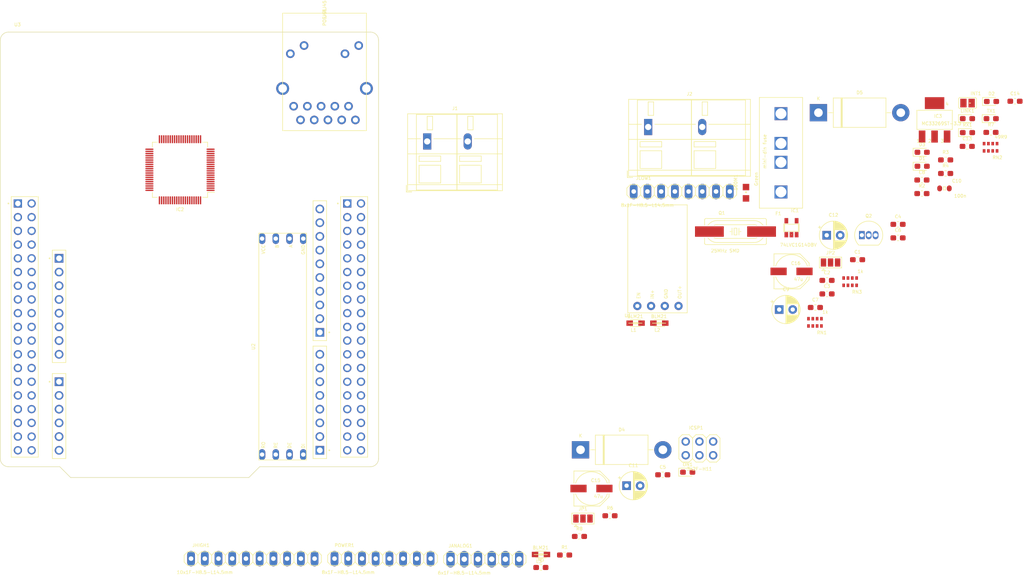
<source format=kicad_pcb>
(kicad_pcb (version 20171130) (host pcbnew 5.1.5+dfsg1-2build2)
  (layers (0 F.Cu signal) (31 B.Cu signal) (34 B.Paste user) (35 F.Paste user) (36 B.SilkS user) (37 F.SilkS user) (38 B.Mask user) (39 F.Mask user) (44 Edge.Cuts user))
  (net 0 "")
  (net 1 GND)
  (net 2 +5V)
  (net 3 +10V)
  (net 4 "Net-(D1-Pad2)")
  (net 5 "Net-(D2-Pad2)")
  (net 6 "Net-(D3-Pad2)")
  (net 7 "Net-(D4-Pad2)")
  (net 8 "Net-(D4-Pad1)")
  (net 9 "Net-(D5-Pad1)")
  (net 10 "Net-(JP1-Pad1)")
  (net 11 "Net-(JP1-Pad2)")
  (net 12 "Net-(JP1-Pad3)")
  (net 13 "Net-(JP2-Pad1)")
  (net 14 "Net-(JP2-Pad2)")
  (net 15 "Net-(JP2-Pad3)")
  (net 16 indicator_green)
  (net 17 indicator_yellow)
  (net 18 indicator_red)
  (net 19 "Net-(U2-Pad4)")
  (net 20 "Net-(U2-Pad5)")
  (net 21 "Net-(U2-Pad3)")
  (net 22 "Net-(U2-Pad6)")
  (net 23 "Net-(U2-Pad2)")
  (net 24 "Net-(U2-Pad7)")
  (net 25 "Net-(U2-Pad1)")
  (net 26 "Net-(U2-Pad8)")
  (net 27 "Net-(U3-PadCN7_1)")
  (net 28 "Net-(U3-PadCN7_37)")
  (net 29 "Net-(U3-PadCN7_2)")
  (net 30 "Net-(U3-PadCN7_3)")
  (net 31 "Net-(U3-PadCN7_4)")
  (net 32 "Net-(U3-PadCN7_5)")
  (net 33 "Net-(U3-PadCN7_6)")
  (net 34 "Net-(U3-PadCN7_7)")
  (net 35 "Net-(U3-PadCN7_12)")
  (net 36 "Net-(U3-PadCN7_13)")
  (net 37 "Net-(U3-PadCN7_14)")
  (net 38 "Net-(U3-PadCN7_15)")
  (net 39 "Net-(U3-PadCN7_16)")
  (net 40 "Net-(U3-PadCN7_17)")
  (net 41 "Net-(U3-PadCN7_21)")
  (net 42 "Net-(U3-PadCN7_23)")
  (net 43 "Net-(U3-PadCN7_24)")
  (net 44 "Net-(U3-PadCN7_25)")
  (net 45 "Net-(U3-PadCN7_27)")
  (net 46 "Net-(U3-PadCN7_28)")
  (net 47 "Net-(U3-PadCN7_29)")
  (net 48 "Net-(U3-PadCN7_30)")
  (net 49 "Net-(U3-PadCN7_31)")
  (net 50 "Net-(U3-PadCN7_32)")
  (net 51 "Net-(U3-PadCN7_33)")
  (net 52 "Net-(U3-PadCN7_34)")
  (net 53 "Net-(U3-PadCN7_35)")
  (net 54 "Net-(U3-PadCN7_36)")
  (net 55 "Net-(U3-PadCN7_38)")
  (net 56 "Net-(U3-PadCN10_1)")
  (net 57 "Net-(U3-PadCN10_37)")
  (net 58 "Net-(U3-PadCN10_2)")
  (net 59 "Net-(U3-PadCN10_3)")
  (net 60 "Net-(U3-PadCN10_4)")
  (net 61 "Net-(U3-PadCN10_5)")
  (net 62 "Net-(U3-PadCN10_6)")
  (net 63 "Net-(U3-PadCN10_7)")
  (net 64 "Net-(U3-PadCN10_8)")
  (net 65 "Net-(U3-PadCN10_11)")
  (net 66 "Net-(U3-PadCN10_12)")
  (net 67 "Net-(U3-PadCN10_13)")
  (net 68 "Net-(U3-PadCN10_14)")
  (net 69 "Net-(U3-PadCN10_15)")
  (net 70 "Net-(U3-PadCN10_16)")
  (net 71 "Net-(U3-PadCN10_17)")
  (net 72 "Net-(U3-PadCN10_19)")
  (net 73 "Net-(U3-PadCN10_21)")
  (net 74 "Net-(U3-PadCN10_22)")
  (net 75 "Net-(U3-PadCN10_23)")
  (net 76 "Net-(U3-PadCN10_24)")
  (net 77 "Net-(U3-PadCN10_25)")
  (net 78 "Net-(U3-PadCN10_26)")
  (net 79 "Net-(U3-PadCN10_27)")
  (net 80 "Net-(U3-PadCN10_28)")
  (net 81 "Net-(U3-PadCN10_29)")
  (net 82 "Net-(U3-PadCN10_30)")
  (net 83 "Net-(U3-PadCN10_31)")
  (net 84 "Net-(U3-PadCN10_32)")
  (net 85 "Net-(U3-PadCN10_33)")
  (net 86 "Net-(U3-PadCN10_34)")
  (net 87 "Net-(U3-PadCN10_35)")
  (net 88 "Net-(U3-PadCN6_2)")
  (net 89 "Net-(U3-PadCN6_3)")
  (net 90 "Net-(U3-PadCN6_4)")
  (net 91 "Net-(U3-PadCN6_8)")
  (net 92 "Net-(U3-PadCN9_1)")
  (net 93 "Net-(U3-PadCN9_2)")
  (net 94 "Net-(U3-PadCN9_6)")
  (net 95 "Net-(U3-PadCN9_7)")
  (net 96 "Net-(U3-PadCN9_8)")
  (net 97 "Net-(U3-PadCN5_1)")
  (net 98 "Net-(U3-PadCN5_2)")
  (net 99 "Net-(U3-PadCN5_3)")
  (net 100 "Net-(U3-PadCN5_4)")
  (net 101 "Net-(U3-PadCN5_5)")
  (net 102 "Net-(U3-PadCN5_6)")
  (net 103 "Net-(U3-PadCN5_8)")
  (net 104 "Net-(U3-PadCN5_9)")
  (net 105 "Net-(U3-PadCN5_10)")
  (net 106 /SPDLED)
  (net 107 /N$25)
  (net 108 /+3V3A)
  (net 109 /N$29)
  (net 110 /N$10)
  (net 111 /OSC1E)
  (net 112 /OSC2E)
  (net 113 +3V3)
  (net 114 /SEN)
  (net 115 /SS)
  (net 116 "Net-(IC2-Pad80)")
  (net 117 "Net-(IC2-Pad79)")
  (net 118 "Net-(IC2-Pad78)")
  (net 119 /+1V8A)
  (net 120 /N$6)
  (net 121 /N$7)
  (net 122 /COLLLED)
  (net 123 /FDXLED)
  (net 124 /+1V8)
  (net 125 /LINKLED)
  (net 126 "Net-(IC2-Pad62)")
  (net 127 "Net-(IC2-Pad61)")
  (net 128 "Net-(IC2-Pad60)")
  (net 129 /RESET_W)
  (net 130 /N$36)
  (net 131 /INT)
  (net 132 /SCK)
  (net 133 /MOSI)
  (net 134 /MISO)
  (net 135 /TXON)
  (net 136 /TXOP)
  (net 137 /RXIN)
  (net 138 /RXIP)
  (net 139 "Net-(IC2-Pad3)")
  (net 140 /N$31)
  (net 141 /N$1)
  (net 142 /PD2)
  (net 143 "Net-(JANALOG1-Pad6)")
  (net 144 "Net-(JANALOG1-Pad5)")
  (net 145 "Net-(JANALOG1-Pad4)")
  (net 146 "Net-(JANALOG1-Pad3)")
  (net 147 "Net-(JANALOG1-Pad2)")
  (net 148 "Net-(JANALOG1-Pad1)")
  (net 149 "Net-(JHIGH1-Pad10)")
  (net 150 "Net-(JHIGH1-Pad9)")
  (net 151 /AREF)
  (net 152 "Net-(JHIGH1-Pad6)")
  (net 153 "Net-(JHIGH1-Pad5)")
  (net 154 "Net-(JHIGH1-Pad4)")
  (net 155 "Net-(JHIGH1-Pad2)")
  (net 156 "Net-(JHIGH1-Pad1)")
  (net 157 "Net-(JLOW1-Pad8)")
  (net 158 "Net-(JLOW1-Pad7)")
  (net 159 "Net-(JLOW1-Pad6)")
  (net 160 /SD_CS)
  (net 161 /PD3)
  (net 162 /PD1)
  (net 163 /PD0)
  (net 164 /SH)
  (net 165 /VIN)
  (net 166 "Net-(POWER1-Pad4)")
  (net 167 /RESET)
  (net 168 "Net-(POWER1-Pad2)")
  (net 169 "Net-(POWER1-Pad1)")
  (net 170 "Net-(Q2-Pad1)")
  (net 171 "Net-(Q2-Pad3)")
  (net 172 "Net-(Q2-Pad2)")
  (net 173 /N$30)
  (net 174 /N$3)
  (net 175 /N$9)
  (net 176 /N$26)
  (net 177 /N$2)
  (net 178 /N$22)
  (net 179 "Net-(RN3-Pad6)")
  (net 180 /N$8)
  (net 181 "Net-(RN3-Pad3)")
  (net 182 "Net-(U$1-PadR10)")
  (net 183 "Net-(U$1-PadR9)")
  (net 184 "Net-(U$1-PadR8)")
  (net 185 "Net-(U$1-PadR7)")
  (net 186 "Net-(U$1-PadR6)")
  (module stroom_shield:MODULE_NUCLEO-F446RE (layer F.Cu) (at 49.5 65)
    (fp_text reference U3 (at -31.825 -42.635) (layer F.SilkS) (effects (font (size 0.6 0.6) (thickness 0.1))))
    (fp_text value NUCLEO-F446RE)
    (pad CN7_1 thru_hole rect (at -31.75 -9.51) (size 1.53 1.53) (drill 1.02) (layers *.Cu *.Mask) (net 27 "Net-(U3-PadCN7_1)"))
    (pad CN7_37 thru_hole circle (at -31.75 36.21) (size 1.53 1.53) (drill 1.02) (layers *.Cu *.Mask) (net 28 "Net-(U3-PadCN7_37)"))
    (pad CN7_2 thru_hole circle (at -29.21 -9.51) (size 1.53 1.53) (drill 1.02) (layers *.Cu *.Mask) (net 29 "Net-(U3-PadCN7_2)"))
    (pad CN7_3 thru_hole circle (at -31.75 -6.97) (size 1.53 1.53) (drill 1.02) (layers *.Cu *.Mask) (net 30 "Net-(U3-PadCN7_3)"))
    (pad CN7_4 thru_hole circle (at -29.21 -6.97) (size 1.53 1.53) (drill 1.02) (layers *.Cu *.Mask) (net 31 "Net-(U3-PadCN7_4)"))
    (pad CN7_5 thru_hole circle (at -31.75 -4.43) (size 1.53 1.53) (drill 1.02) (layers *.Cu *.Mask) (net 32 "Net-(U3-PadCN7_5)"))
    (pad CN7_6 thru_hole circle (at -29.21 -4.43) (size 1.53 1.53) (drill 1.02) (layers *.Cu *.Mask) (net 33 "Net-(U3-PadCN7_6)"))
    (pad CN7_7 thru_hole circle (at -31.75 -1.89) (size 1.53 1.53) (drill 1.02) (layers *.Cu *.Mask) (net 34 "Net-(U3-PadCN7_7)"))
    (pad CN7_8 thru_hole circle (at -29.21 -1.89) (size 1.53 1.53) (drill 1.02) (layers *.Cu *.Mask) (net 1 GND))
    (pad CN7_9 thru_hole circle (at -31.75 0.65) (size 1.53 1.53) (drill 1.02) (layers *.Cu *.Mask))
    (pad CN7_10 thru_hole circle (at -29.21 0.65) (size 1.53 1.53) (drill 1.02) (layers *.Cu *.Mask))
    (pad CN7_11 thru_hole circle (at -31.75 3.19) (size 1.53 1.53) (drill 1.02) (layers *.Cu *.Mask))
    (pad CN7_12 thru_hole circle (at -29.21 3.19) (size 1.53 1.53) (drill 1.02) (layers *.Cu *.Mask) (net 35 "Net-(U3-PadCN7_12)"))
    (pad CN7_13 thru_hole circle (at -31.75 5.73) (size 1.53 1.53) (drill 1.02) (layers *.Cu *.Mask) (net 36 "Net-(U3-PadCN7_13)"))
    (pad CN7_14 thru_hole circle (at -29.21 5.73) (size 1.53 1.53) (drill 1.02) (layers *.Cu *.Mask) (net 37 "Net-(U3-PadCN7_14)"))
    (pad CN7_15 thru_hole circle (at -31.75 8.27) (size 1.53 1.53) (drill 1.02) (layers *.Cu *.Mask) (net 38 "Net-(U3-PadCN7_15)"))
    (pad CN7_16 thru_hole circle (at -29.21 8.27) (size 1.53 1.53) (drill 1.02) (layers *.Cu *.Mask) (net 39 "Net-(U3-PadCN7_16)"))
    (pad CN7_17 thru_hole circle (at -31.75 10.81) (size 1.53 1.53) (drill 1.02) (layers *.Cu *.Mask) (net 40 "Net-(U3-PadCN7_17)"))
    (pad CN7_18 thru_hole circle (at -29.21 10.81) (size 1.53 1.53) (drill 1.02) (layers *.Cu *.Mask) (net 2 +5V))
    (pad CN7_19 thru_hole circle (at -31.75 13.35) (size 1.53 1.53) (drill 1.02) (layers *.Cu *.Mask) (net 1 GND))
    (pad CN7_20 thru_hole circle (at -29.21 13.35) (size 1.53 1.53) (drill 1.02) (layers *.Cu *.Mask) (net 1 GND))
    (pad CN7_21 thru_hole circle (at -31.75 15.89) (size 1.53 1.53) (drill 1.02) (layers *.Cu *.Mask) (net 41 "Net-(U3-PadCN7_21)"))
    (pad CN7_22 thru_hole circle (at -29.21 15.89) (size 1.53 1.53) (drill 1.02) (layers *.Cu *.Mask) (net 1 GND))
    (pad CN7_23 thru_hole circle (at -31.75 18.43) (size 1.53 1.53) (drill 1.02) (layers *.Cu *.Mask) (net 42 "Net-(U3-PadCN7_23)"))
    (pad CN7_24 thru_hole circle (at -29.21 18.43) (size 1.53 1.53) (drill 1.02) (layers *.Cu *.Mask) (net 43 "Net-(U3-PadCN7_24)"))
    (pad CN7_25 thru_hole circle (at -31.75 20.97) (size 1.53 1.53) (drill 1.02) (layers *.Cu *.Mask) (net 44 "Net-(U3-PadCN7_25)"))
    (pad CN7_26 thru_hole circle (at -29.21 20.97) (size 1.53 1.53) (drill 1.02) (layers *.Cu *.Mask))
    (pad CN7_27 thru_hole circle (at -31.75 23.51) (size 1.53 1.53) (drill 1.02) (layers *.Cu *.Mask) (net 45 "Net-(U3-PadCN7_27)"))
    (pad CN7_28 thru_hole circle (at -29.21 23.51) (size 1.53 1.53) (drill 1.02) (layers *.Cu *.Mask) (net 46 "Net-(U3-PadCN7_28)"))
    (pad CN7_29 thru_hole circle (at -31.75 26.05) (size 1.53 1.53) (drill 1.02) (layers *.Cu *.Mask) (net 47 "Net-(U3-PadCN7_29)"))
    (pad CN7_30 thru_hole circle (at -29.21 26.05) (size 1.53 1.53) (drill 1.02) (layers *.Cu *.Mask) (net 48 "Net-(U3-PadCN7_30)"))
    (pad CN7_31 thru_hole circle (at -31.75 28.59) (size 1.53 1.53) (drill 1.02) (layers *.Cu *.Mask) (net 49 "Net-(U3-PadCN7_31)"))
    (pad CN7_32 thru_hole circle (at -29.21 28.59) (size 1.53 1.53) (drill 1.02) (layers *.Cu *.Mask) (net 50 "Net-(U3-PadCN7_32)"))
    (pad CN7_33 thru_hole circle (at -31.75 31.13) (size 1.53 1.53) (drill 1.02) (layers *.Cu *.Mask) (net 51 "Net-(U3-PadCN7_33)"))
    (pad CN7_34 thru_hole circle (at -29.21 31.13) (size 1.53 1.53) (drill 1.02) (layers *.Cu *.Mask) (net 52 "Net-(U3-PadCN7_34)"))
    (pad CN7_35 thru_hole circle (at -31.75 33.67) (size 1.53 1.53) (drill 1.02) (layers *.Cu *.Mask) (net 53 "Net-(U3-PadCN7_35)"))
    (pad CN7_36 thru_hole circle (at -29.21 33.67) (size 1.53 1.53) (drill 1.02) (layers *.Cu *.Mask) (net 54 "Net-(U3-PadCN7_36)"))
    (pad CN7_38 thru_hole circle (at -29.21 36.21) (size 1.53 1.53) (drill 1.02) (layers *.Cu *.Mask) (net 55 "Net-(U3-PadCN7_38)"))
    (pad CN10_1 thru_hole rect (at 29.21 -9.51) (size 1.53 1.53) (drill 1.02) (layers *.Cu *.Mask) (net 56 "Net-(U3-PadCN10_1)"))
    (pad CN10_37 thru_hole circle (at 29.21 36.21) (size 1.53 1.53) (drill 1.02) (layers *.Cu *.Mask) (net 57 "Net-(U3-PadCN10_37)"))
    (pad CN10_2 thru_hole circle (at 31.75 -9.51) (size 1.53 1.53) (drill 1.02) (layers *.Cu *.Mask) (net 58 "Net-(U3-PadCN10_2)"))
    (pad CN10_3 thru_hole circle (at 29.21 -6.97) (size 1.53 1.53) (drill 1.02) (layers *.Cu *.Mask) (net 59 "Net-(U3-PadCN10_3)"))
    (pad CN10_4 thru_hole circle (at 31.75 -6.97) (size 1.53 1.53) (drill 1.02) (layers *.Cu *.Mask) (net 60 "Net-(U3-PadCN10_4)"))
    (pad CN10_5 thru_hole circle (at 29.21 -4.43) (size 1.53 1.53) (drill 1.02) (layers *.Cu *.Mask) (net 61 "Net-(U3-PadCN10_5)"))
    (pad CN10_6 thru_hole circle (at 31.75 -4.43) (size 1.53 1.53) (drill 1.02) (layers *.Cu *.Mask) (net 62 "Net-(U3-PadCN10_6)"))
    (pad CN10_7 thru_hole circle (at 29.21 -1.89) (size 1.53 1.53) (drill 1.02) (layers *.Cu *.Mask) (net 63 "Net-(U3-PadCN10_7)"))
    (pad CN10_8 thru_hole circle (at 31.75 -1.89) (size 1.53 1.53) (drill 1.02) (layers *.Cu *.Mask) (net 64 "Net-(U3-PadCN10_8)"))
    (pad CN10_9 thru_hole circle (at 29.21 0.65) (size 1.53 1.53) (drill 1.02) (layers *.Cu *.Mask) (net 1 GND))
    (pad CN10_10 thru_hole circle (at 31.75 0.65) (size 1.53 1.53) (drill 1.02) (layers *.Cu *.Mask))
    (pad CN10_11 thru_hole circle (at 29.21 3.19) (size 1.53 1.53) (drill 1.02) (layers *.Cu *.Mask) (net 65 "Net-(U3-PadCN10_11)"))
    (pad CN10_12 thru_hole circle (at 31.75 3.19) (size 1.53 1.53) (drill 1.02) (layers *.Cu *.Mask) (net 66 "Net-(U3-PadCN10_12)"))
    (pad CN10_13 thru_hole circle (at 29.21 5.73) (size 1.53 1.53) (drill 1.02) (layers *.Cu *.Mask) (net 67 "Net-(U3-PadCN10_13)"))
    (pad CN10_14 thru_hole circle (at 31.75 5.73) (size 1.53 1.53) (drill 1.02) (layers *.Cu *.Mask) (net 68 "Net-(U3-PadCN10_14)"))
    (pad CN10_15 thru_hole circle (at 29.21 8.27) (size 1.53 1.53) (drill 1.02) (layers *.Cu *.Mask) (net 69 "Net-(U3-PadCN10_15)"))
    (pad CN10_16 thru_hole circle (at 31.75 8.27) (size 1.53 1.53) (drill 1.02) (layers *.Cu *.Mask) (net 70 "Net-(U3-PadCN10_16)"))
    (pad CN10_17 thru_hole circle (at 29.21 10.81) (size 1.53 1.53) (drill 1.02) (layers *.Cu *.Mask) (net 71 "Net-(U3-PadCN10_17)"))
    (pad CN10_18 thru_hole circle (at 31.75 10.81) (size 1.53 1.53) (drill 1.02) (layers *.Cu *.Mask))
    (pad CN10_19 thru_hole circle (at 29.21 13.35) (size 1.53 1.53) (drill 1.02) (layers *.Cu *.Mask) (net 72 "Net-(U3-PadCN10_19)"))
    (pad CN10_20 thru_hole circle (at 31.75 13.35) (size 1.53 1.53) (drill 1.02) (layers *.Cu *.Mask) (net 1 GND))
    (pad CN10_21 thru_hole circle (at 29.21 15.89) (size 1.53 1.53) (drill 1.02) (layers *.Cu *.Mask) (net 73 "Net-(U3-PadCN10_21)"))
    (pad CN10_22 thru_hole circle (at 31.75 15.89) (size 1.53 1.53) (drill 1.02) (layers *.Cu *.Mask) (net 74 "Net-(U3-PadCN10_22)"))
    (pad CN10_23 thru_hole circle (at 29.21 18.43) (size 1.53 1.53) (drill 1.02) (layers *.Cu *.Mask) (net 75 "Net-(U3-PadCN10_23)"))
    (pad CN10_24 thru_hole circle (at 31.75 18.43) (size 1.53 1.53) (drill 1.02) (layers *.Cu *.Mask) (net 76 "Net-(U3-PadCN10_24)"))
    (pad CN10_25 thru_hole circle (at 29.21 20.97) (size 1.53 1.53) (drill 1.02) (layers *.Cu *.Mask) (net 77 "Net-(U3-PadCN10_25)"))
    (pad CN10_26 thru_hole circle (at 31.75 20.97) (size 1.53 1.53) (drill 1.02) (layers *.Cu *.Mask) (net 78 "Net-(U3-PadCN10_26)"))
    (pad CN10_27 thru_hole circle (at 29.21 23.51) (size 1.53 1.53) (drill 1.02) (layers *.Cu *.Mask) (net 79 "Net-(U3-PadCN10_27)"))
    (pad CN10_28 thru_hole circle (at 31.75 23.51) (size 1.53 1.53) (drill 1.02) (layers *.Cu *.Mask) (net 80 "Net-(U3-PadCN10_28)"))
    (pad CN10_29 thru_hole circle (at 29.21 26.05) (size 1.53 1.53) (drill 1.02) (layers *.Cu *.Mask) (net 81 "Net-(U3-PadCN10_29)"))
    (pad CN10_30 thru_hole circle (at 31.75 26.05) (size 1.53 1.53) (drill 1.02) (layers *.Cu *.Mask) (net 82 "Net-(U3-PadCN10_30)"))
    (pad CN10_31 thru_hole circle (at 29.21 28.59) (size 1.53 1.53) (drill 1.02) (layers *.Cu *.Mask) (net 83 "Net-(U3-PadCN10_31)"))
    (pad CN10_32 thru_hole circle (at 31.75 28.59) (size 1.53 1.53) (drill 1.02) (layers *.Cu *.Mask) (net 84 "Net-(U3-PadCN10_32)"))
    (pad CN10_33 thru_hole circle (at 29.21 31.13) (size 1.53 1.53) (drill 1.02) (layers *.Cu *.Mask) (net 85 "Net-(U3-PadCN10_33)"))
    (pad CN10_34 thru_hole circle (at 31.75 31.13) (size 1.53 1.53) (drill 1.02) (layers *.Cu *.Mask) (net 86 "Net-(U3-PadCN10_34)"))
    (pad CN10_35 thru_hole circle (at 29.21 33.67) (size 1.53 1.53) (drill 1.02) (layers *.Cu *.Mask) (net 87 "Net-(U3-PadCN10_35)"))
    (pad CN10_36 thru_hole circle (at 31.75 33.67) (size 1.53 1.53) (drill 1.02) (layers *.Cu *.Mask))
    (pad CN10_38 thru_hole circle (at 31.75 36.21) (size 1.53 1.53) (drill 1.02) (layers *.Cu *.Mask))
    (pad CN6_1 thru_hole rect (at -24.13 0.65) (size 1.605 1.605) (drill 1.07) (layers *.Cu *.Mask))
    (pad CN6_2 thru_hole circle (at -24.13 3.19) (size 1.605 1.605) (drill 1.07) (layers *.Cu *.Mask) (net 88 "Net-(U3-PadCN6_2)"))
    (pad CN6_3 thru_hole circle (at -24.13 5.73) (size 1.605 1.605) (drill 1.07) (layers *.Cu *.Mask) (net 89 "Net-(U3-PadCN6_3)"))
    (pad CN6_4 thru_hole circle (at -24.13 8.27) (size 1.605 1.605) (drill 1.07) (layers *.Cu *.Mask) (net 90 "Net-(U3-PadCN6_4)"))
    (pad CN6_5 thru_hole circle (at -24.13 10.81) (size 1.605 1.605) (drill 1.07) (layers *.Cu *.Mask) (net 2 +5V))
    (pad CN6_6 thru_hole circle (at -24.13 13.35) (size 1.605 1.605) (drill 1.07) (layers *.Cu *.Mask) (net 1 GND))
    (pad CN6_7 thru_hole circle (at -24.13 15.89) (size 1.605 1.605) (drill 1.07) (layers *.Cu *.Mask) (net 1 GND))
    (pad CN6_8 thru_hole circle (at -24.13 18.43) (size 1.605 1.605) (drill 1.07) (layers *.Cu *.Mask) (net 91 "Net-(U3-PadCN6_8)"))
    (pad CN9_1 thru_hole rect (at 24.13 36.21) (size 1.605 1.605) (drill 1.07) (layers *.Cu *.Mask) (net 92 "Net-(U3-PadCN9_1)"))
    (pad CN9_2 thru_hole circle (at 24.13 33.67) (size 1.605 1.605) (drill 1.07) (layers *.Cu *.Mask) (net 93 "Net-(U3-PadCN9_2)"))
    (pad CN9_3 thru_hole circle (at 24.13 31.13) (size 1.605 1.605) (drill 1.07) (layers *.Cu *.Mask) (net 18 indicator_red))
    (pad CN9_4 thru_hole circle (at 24.13 28.59) (size 1.605 1.605) (drill 1.07) (layers *.Cu *.Mask) (net 17 indicator_yellow))
    (pad CN9_5 thru_hole circle (at 24.13 26.05) (size 1.605 1.605) (drill 1.07) (layers *.Cu *.Mask) (net 16 indicator_green))
    (pad CN9_6 thru_hole circle (at 24.13 23.51) (size 1.605 1.605) (drill 1.07) (layers *.Cu *.Mask) (net 94 "Net-(U3-PadCN9_6)"))
    (pad CN9_7 thru_hole circle (at 24.13 20.97) (size 1.605 1.605) (drill 1.07) (layers *.Cu *.Mask) (net 95 "Net-(U3-PadCN9_7)"))
    (pad CN9_8 thru_hole circle (at 24.13 18.43) (size 1.605 1.605) (drill 1.07) (layers *.Cu *.Mask) (net 96 "Net-(U3-PadCN9_8)"))
    (pad CN8_1 thru_hole rect (at -24.13 23.51) (size 1.605 1.605) (drill 1.07) (layers *.Cu *.Mask))
    (pad CN8_2 thru_hole circle (at -24.13 26.05) (size 1.605 1.605) (drill 1.07) (layers *.Cu *.Mask))
    (pad CN8_3 thru_hole circle (at -24.13 28.59) (size 1.605 1.605) (drill 1.07) (layers *.Cu *.Mask))
    (pad CN8_4 thru_hole circle (at -24.13 31.13) (size 1.605 1.605) (drill 1.07) (layers *.Cu *.Mask))
    (pad CN8_5 thru_hole circle (at -24.13 33.67) (size 1.605 1.605) (drill 1.07) (layers *.Cu *.Mask))
    (pad CN8_6 thru_hole circle (at -24.13 36.21) (size 1.605 1.605) (drill 1.07) (layers *.Cu *.Mask))
    (pad CN5_1 thru_hole rect (at 24.13 14.37) (size 1.605 1.605) (drill 1.07) (layers *.Cu *.Mask) (net 97 "Net-(U3-PadCN5_1)"))
    (pad CN5_2 thru_hole circle (at 24.13 11.83) (size 1.605 1.605) (drill 1.07) (layers *.Cu *.Mask) (net 98 "Net-(U3-PadCN5_2)"))
    (pad CN5_3 thru_hole circle (at 24.13 9.29) (size 1.605 1.605) (drill 1.07) (layers *.Cu *.Mask) (net 99 "Net-(U3-PadCN5_3)"))
    (pad CN5_4 thru_hole circle (at 24.13 6.75) (size 1.605 1.605) (drill 1.07) (layers *.Cu *.Mask) (net 100 "Net-(U3-PadCN5_4)"))
    (pad CN5_5 thru_hole circle (at 24.13 4.21) (size 1.605 1.605) (drill 1.07) (layers *.Cu *.Mask) (net 101 "Net-(U3-PadCN5_5)"))
    (pad CN5_6 thru_hole circle (at 24.13 1.67) (size 1.605 1.605) (drill 1.07) (layers *.Cu *.Mask) (net 102 "Net-(U3-PadCN5_6)"))
    (pad CN5_7 thru_hole circle (at 24.13 -0.87) (size 1.605 1.605) (drill 1.07) (layers *.Cu *.Mask) (net 1 GND))
    (pad CN5_8 thru_hole circle (at 24.13 -3.41) (size 1.605 1.605) (drill 1.07) (layers *.Cu *.Mask) (net 103 "Net-(U3-PadCN5_8)"))
    (pad CN5_9 thru_hole circle (at 24.13 -5.95) (size 1.605 1.605) (drill 1.07) (layers *.Cu *.Mask) (net 104 "Net-(U3-PadCN5_9)"))
    (pad CN5_10 thru_hole circle (at 24.13 -8.49) (size 1.605 1.605) (drill 1.07) (layers *.Cu *.Mask) (net 105 "Net-(U3-PadCN5_10)"))
    (pad None np_thru_hole circle (at 8.89 38.75) (size 3 3) (drill 3) (layers *.Cu *.Mask))
    (pad None np_thru_hole circle (at 24.13 -12.05) (size 3 3) (drill 3) (layers *.Cu *.Mask))
    (pad None np_thru_hole circle (at -24.13 -13.32) (size 3 3) (drill 3) (layers *.Cu *.Mask))
  )
  (module Shield_Eth06-REV3:SMARTPRJ_POE-RJ45 (layer F.Cu) (at 74.5 20.25 270)
    (fp_text reference U$1 (at 0 0 90) (layer F.SilkS) (effects (font (size 0.6 0.6) (thickness 0.1))))
    (fp_text value POE-RJ45 (at 0 0 90) (layer F.SilkS) (effects (font (size 0.6 0.6) (thickness 0.1))))
    (pad "" np_thru_hole circle (at 10.88898 5.715 270) (size 3.24866 3.24866) (drill 3.24866) (layers *.Cu *.Mask))
    (pad "" np_thru_hole circle (at 10.88898 -5.715 270) (size 3.24866 3.24866) (drill 3.24866) (layers *.Cu *.Mask))
    (pad R10 thru_hole circle (at 17.22882 5.715 270) (size 1.59766 1.59766) (drill 0.94996) (layers *.Cu *.Paste *.Mask) (net 182 "Net-(U$1-PadR10)"))
    (pad R9 thru_hole circle (at 19.76882 4.445 270) (size 1.59766 1.59766) (drill 0.94996) (layers *.Cu *.Paste *.Mask) (net 183 "Net-(U$1-PadR9)"))
    (pad R8 thru_hole circle (at 17.22882 3.175 270) (size 1.59766 1.59766) (drill 0.94996) (layers *.Cu *.Paste *.Mask) (net 184 "Net-(U$1-PadR8)"))
    (pad R7 thru_hole circle (at 19.76882 1.905 270) (size 1.59766 1.59766) (drill 0.94996) (layers *.Cu *.Paste *.Mask) (net 185 "Net-(U$1-PadR7)"))
    (pad R6 thru_hole circle (at 17.22882 0.635 270) (size 1.59766 1.59766) (drill 0.94996) (layers *.Cu *.Paste *.Mask) (net 186 "Net-(U$1-PadR6)"))
    (pad R5 thru_hole circle (at 19.76882 -0.635 270) (size 1.59766 1.59766) (drill 0.94996) (layers *.Cu *.Paste *.Mask) (net 136 /TXOP))
    (pad R4 thru_hole circle (at 17.22882 -1.905 270) (size 1.59766 1.59766) (drill 0.94996) (layers *.Cu *.Paste *.Mask) (net 135 /TXON))
    (pad R3 thru_hole circle (at 19.76882 -3.175 270) (size 1.59766 1.59766) (drill 0.94996) (layers *.Cu *.Paste *.Mask) (net 108 /+3V3A))
    (pad R2 thru_hole circle (at 17.22882 -4.445 270) (size 1.59766 1.59766) (drill 0.94996) (layers *.Cu *.Paste *.Mask) (net 137 /RXIN))
    (pad R1 thru_hole circle (at 19.76882 -5.715 270) (size 1.59766 1.59766) (drill 0.94996) (layers *.Cu *.Paste *.Mask) (net 138 /RXIP))
    (pad L4 thru_hole circle (at 5.98932 -6.3246 270) (size 1.59766 1.59766) (drill 0.94996) (layers *.Cu *.Paste *.Mask) (net 125 /LINKLED))
    (pad L3 thru_hole circle (at 7.50824 -3.7846 270) (size 1.59766 1.59766) (drill 0.94996) (layers *.Cu *.Paste *.Mask) (net 177 /N$2))
    (pad L2 thru_hole circle (at 5.98932 3.7846 270) (size 1.59766 1.59766) (drill 0.94996) (layers *.Cu *.Paste *.Mask) (net 106 /SPDLED))
    (pad L1 thru_hole circle (at 7.50824 6.3246 270) (size 1.59766 1.59766) (drill 0.94996) (layers *.Cu *.Paste *.Mask) (net 174 /N$3))
    (pad CH2 thru_hole circle (at 13.93952 7.74954 270) (size 2.39776 2.39776) (drill 1.59766) (layers *.Cu *.Paste *.Mask) (net 164 /SH))
    (pad CH1 thru_hole circle (at 13.93952 -7.74954 270) (size 2.39776 2.39776) (drill 1.59766) (layers *.Cu *.Paste *.Mask) (net 164 /SH))
  )
  (module stroom_shield:RS485_module (layer F.Cu) (at 66.75 82)
    (fp_text reference U2 (at -5.41 0 90) (layer F.SilkS) (effects (font (size 0.6 0.6) (thickness 0.1))))
    (fp_text value RS485_module)
    (fp_text user GND (at 3.81 -18.915 270) (layer F.SilkS) (effects (font (size 0.6 0.6) (thickness 0.1)) (justify right)))
    (fp_text user B (at -1.016 -18.915 270) (layer F.SilkS) (effects (font (size 0.6 0.6) (thickness 0.1)) (justify right)))
    (fp_text user VCC (at -3.556 -18.915 270) (layer F.SilkS) (effects (font (size 0.6 0.6) (thickness 0.1)) (justify right)))
    (fp_text user A (at 1.524 -18.915 270) (layer F.SilkS) (effects (font (size 0.6 0.6) (thickness 0.1)) (justify right)))
    (fp_text user DI (at 3.81 18.915 90) (layer F.SilkS) (effects (font (size 0.6 0.6) (thickness 0.1)) (justify left)))
    (fp_text user DE (at 1.27 18.915 90) (layer F.SilkS) (effects (font (size 0.6 0.6) (thickness 0.1)) (justify left)))
    (fp_text user RE (at -1.27 18.915 90) (layer F.SilkS) (effects (font (size 0.6 0.6) (thickness 0.1)) (justify left)))
    (fp_text user RO (at -3.556 18.915 90) (layer F.SilkS) (effects (font (size 0.6 0.6) (thickness 0.1)) (justify left)))
    (pad 4 thru_hole oval (at 3.81 20) (size 1.2 2) (drill 0.8) (layers *.Cu *.Mask) (net 19 "Net-(U2-Pad4)"))
    (pad 5 thru_hole oval (at 3.81 -20) (size 1.2 2) (drill 0.8) (layers *.Cu *.Mask) (net 20 "Net-(U2-Pad5)"))
    (pad 3 thru_hole oval (at 1.27 20) (size 1.2 2) (drill 0.8) (layers *.Cu *.Mask) (net 21 "Net-(U2-Pad3)"))
    (pad 6 thru_hole oval (at 1.27 -20) (size 1.2 2) (drill 0.8) (layers *.Cu *.Mask) (net 22 "Net-(U2-Pad6)"))
    (pad 2 thru_hole oval (at -1.27 20) (size 1.2 2) (drill 0.8) (layers *.Cu *.Mask) (net 23 "Net-(U2-Pad2)"))
    (pad 7 thru_hole oval (at -1.27 -20) (size 1.2 2) (drill 0.8) (layers *.Cu *.Mask) (net 24 "Net-(U2-Pad7)"))
    (pad 1 thru_hole oval (at -3.81 20) (size 1.2 2) (drill 0.8) (layers *.Cu *.Mask) (net 25 "Net-(U2-Pad1)"))
    (pad 8 thru_hole oval (at -3.81 -20) (size 1.2 2) (drill 0.8) (layers *.Cu *.Mask) (net 26 "Net-(U2-Pad8)"))
  )
  (module stroom_shield:buck_converter (layer F.Cu) (at 130.622139 75.751541)
    (fp_text reference U1 (at 0 0.5) (layer F.SilkS) (effects (font (size 0.6 0.6) (thickness 0.1))))
    (fp_text value buck_converter)
    (fp_text user OUT+ (at 9.62 -2.54 90) (layer F.SilkS) (effects (font (size 0.6 0.6) (thickness 0.1)) (justify left)))
    (fp_text user GND (at 7.08 -2.54 90) (layer F.SilkS) (effects (font (size 0.6 0.6) (thickness 0.1)) (justify left)))
    (fp_text user IN+ (at 4.54 -2.54 90) (layer F.SilkS) (effects (font (size 0.6 0.6) (thickness 0.1)) (justify left)))
    (fp_text user EN (at 2 -2.54 90) (layer F.SilkS) (effects (font (size 0.6 0.6) (thickness 0.1)) (justify left)))
    (pad 4 thru_hole circle (at 9.39 -1.27) (size 1.524 1.524) (drill 0.762) (layers *.Cu *.Mask) (net 2 +5V))
    (pad 3 thru_hole circle (at 6.85 -1.27) (size 1.524 1.524) (drill 0.762) (layers *.Cu *.Mask) (net 1 GND))
    (pad 2 thru_hole circle (at 4.31 -1.27) (size 1.524 1.524) (drill 0.762) (layers *.Cu *.Mask) (net 3 +10V))
    (pad 1 thru_hole circle (at 1.77 -1.27) (size 1.524 1.524) (drill 0.762) (layers *.Cu *.Mask) (net 3 +10V))
  )
  (module LED_SMD:LED_0603_1608Metric_Pad1.05x0.95mm_HandSolder (layer F.Cu) (at 197.88214 39.776541)
    (fp_text reference TX1 (at 0 -1.43) (layer F.SilkS) (effects (font (size 0.6 0.6) (thickness 0.1))))
    (fp_text value Yellow)
    (pad 2 smd roundrect (at 0.875 0) (size 1.05 0.95) (layers F.Cu F.Paste F.Mask))
    (pad 1 smd roundrect (at -0.875 0) (size 1.05 0.95) (layers F.Cu F.Paste F.Mask))
  )
  (module LED_SMD:LED_0603_1608Metric_Pad1.05x0.95mm_HandSolder (layer F.Cu) (at 193.49214 42.366541)
    (fp_text reference RX1 (at 0 -1.43) (layer F.SilkS) (effects (font (size 0.6 0.6) (thickness 0.1))))
    (fp_text value Yellow)
    (pad 2 smd roundrect (at 0.875 0) (size 1.05 0.95) (layers F.Cu F.Paste F.Mask))
    (pad 1 smd roundrect (at -0.875 0) (size 1.05 0.95) (layers F.Cu F.Paste F.Mask))
  )
  (module Shield_Eth06-REV3:RESISTOR-DIL_CAY16 (layer F.Cu) (at 171.77234 69.97849)
    (fp_text reference RN3 (at 1.27 1.905) (layer F.SilkS) (effects (font (size 0.6 0.6) (thickness 0.1))))
    (fp_text value 1k (at 1.905 -1.905) (layer F.SilkS) (effects (font (size 0.6 0.6) (thickness 0.1))))
    (pad 8 smd rect (at -1.19888 -0.6731) (size 0.49784 0.6477) (layers F.Cu F.Paste F.Mask) (net 178 /N$22))
    (pad 7 smd rect (at -0.39878 -0.6731) (size 0.49784 0.6477) (layers F.Cu F.Paste F.Mask) (net 107 /N$25))
    (pad 6 smd rect (at 0.39878 -0.6731) (size 0.49784 0.6477) (layers F.Cu F.Paste F.Mask) (net 179 "Net-(RN3-Pad6)"))
    (pad 5 smd rect (at 1.19888 -0.6731) (size 0.49784 0.6477) (layers F.Cu F.Paste F.Mask) (net 180 /N$8))
    (pad 4 smd rect (at 1.19888 0.6731) (size 0.49784 0.6477) (layers F.Cu F.Paste F.Mask) (net 113 +3V3))
    (pad 3 smd rect (at 0.39878 0.6731) (size 0.49784 0.6477) (layers F.Cu F.Paste F.Mask) (net 181 "Net-(RN3-Pad3)"))
    (pad 2 smd rect (at -0.39878 0.6731) (size 0.49784 0.6477) (layers F.Cu F.Paste F.Mask) (net 113 +3V3))
    (pad 1 smd rect (at -1.19888 0.6731) (size 0.49784 0.6477) (layers F.Cu F.Paste F.Mask) (net 113 +3V3))
  )
  (module Shield_Eth06-REV3:RESISTOR-DIL_CAY16 (layer F.Cu) (at 197.76234 45.07849)
    (fp_text reference RN2 (at 1.27 1.905) (layer F.SilkS) (effects (font (size 0.6 0.6) (thickness 0.1))))
    (fp_text value 49R9 (at 1.905 -1.905) (layer F.SilkS) (effects (font (size 0.6 0.6) (thickness 0.1))))
    (pad 8 smd rect (at -1.19888 -0.6731) (size 0.49784 0.6477) (layers F.Cu F.Paste F.Mask) (net 138 /RXIP))
    (pad 7 smd rect (at -0.39878 -0.6731) (size 0.49784 0.6477) (layers F.Cu F.Paste F.Mask) (net 137 /RXIN))
    (pad 6 smd rect (at 0.39878 -0.6731) (size 0.49784 0.6477) (layers F.Cu F.Paste F.Mask) (net 136 /TXOP))
    (pad 5 smd rect (at 1.19888 -0.6731) (size 0.49784 0.6477) (layers F.Cu F.Paste F.Mask) (net 135 /TXON))
    (pad 4 smd rect (at 1.19888 0.6731) (size 0.49784 0.6477) (layers F.Cu F.Paste F.Mask) (net 110 /N$10))
    (pad 3 smd rect (at 0.39878 0.6731) (size 0.49784 0.6477) (layers F.Cu F.Paste F.Mask) (net 110 /N$10))
    (pad 2 smd rect (at -0.39878 0.6731) (size 0.49784 0.6477) (layers F.Cu F.Paste F.Mask) (net 109 /N$29))
    (pad 1 smd rect (at -1.19888 0.6731) (size 0.49784 0.6477) (layers F.Cu F.Paste F.Mask) (net 109 /N$29))
  )
  (module Shield_Eth06-REV3:RESISTOR-DIL_CAY16 (layer F.Cu) (at 165.26234 77.50849)
    (fp_text reference RN1 (at 1.27 1.905) (layer F.SilkS) (effects (font (size 0.6 0.6) (thickness 0.1))))
    (fp_text value 1k (at 1.905 -1.905) (layer F.SilkS) (effects (font (size 0.6 0.6) (thickness 0.1))))
    (pad 8 smd rect (at -1.19888 -0.6731) (size 0.49784 0.6477) (layers F.Cu F.Paste F.Mask) (net 174 /N$3))
    (pad 7 smd rect (at -0.39878 -0.6731) (size 0.49784 0.6477) (layers F.Cu F.Paste F.Mask) (net 175 /N$9))
    (pad 6 smd rect (at 0.39878 -0.6731) (size 0.49784 0.6477) (layers F.Cu F.Paste F.Mask) (net 176 /N$26))
    (pad 5 smd rect (at 1.19888 -0.6731) (size 0.49784 0.6477) (layers F.Cu F.Paste F.Mask) (net 177 /N$2))
    (pad 4 smd rect (at 1.19888 0.6731) (size 0.49784 0.6477) (layers F.Cu F.Paste F.Mask) (net 113 +3V3))
    (pad 3 smd rect (at 0.39878 0.6731) (size 0.49784 0.6477) (layers F.Cu F.Paste F.Mask) (net 113 +3V3))
    (pad 2 smd rect (at -0.39878 0.6731) (size 0.49784 0.6477) (layers F.Cu F.Paste F.Mask) (net 113 +3V3))
    (pad 1 smd rect (at -1.19888 0.6731) (size 0.49784 0.6477) (layers F.Cu F.Paste F.Mask) (net 113 +3V3))
  )
  (module Resistor_SMD:R_0603_1608Metric_Pad1.05x0.95mm_HandSolder (layer F.Cu) (at 121.67714 117.166541)
    (fp_text reference R8 (at 0 -1.43) (layer F.SilkS) (effects (font (size 0.6 0.6) (thickness 0.1))))
    (fp_text value 1K)
    (pad 2 smd roundrect (at 0.875 0) (size 1.05 0.95) (layers F.Cu F.Paste F.Mask) (net 18 indicator_red))
    (pad 1 smd roundrect (at -0.875 0) (size 1.05 0.95) (layers F.Cu F.Paste F.Mask) (net 6 "Net-(D3-Pad2)"))
  )
  (module Resistor_SMD:R_0603_1608Metric_Pad1.05x0.95mm_HandSolder (layer F.Cu) (at 197.83714 42.326541)
    (fp_text reference R7 (at 0 -1.43) (layer F.SilkS) (effects (font (size 0.6 0.6) (thickness 0.1))))
    (fp_text value 1K)
    (pad 2 smd roundrect (at 0.875 0) (size 1.05 0.95) (layers F.Cu F.Paste F.Mask) (net 17 indicator_yellow))
    (pad 1 smd roundrect (at -0.875 0) (size 1.05 0.95) (layers F.Cu F.Paste F.Mask) (net 5 "Net-(D2-Pad2)"))
  )
  (module Resistor_SMD:R_0603_1608Metric_Pad1.05x0.95mm_HandSolder (layer F.Cu) (at 127.32714 113.336541)
    (fp_text reference R6 (at 0 -1.43) (layer F.SilkS) (effects (font (size 0.6 0.6) (thickness 0.1))))
    (fp_text value 1K)
    (pad 2 smd roundrect (at 0.875 0) (size 1.05 0.95) (layers F.Cu F.Paste F.Mask) (net 16 indicator_green))
    (pad 1 smd roundrect (at -0.875 0) (size 1.05 0.95) (layers F.Cu F.Paste F.Mask) (net 4 "Net-(D1-Pad2)"))
  )
  (module Resistor_SMD:R_0603_1608Metric_Pad1.05x0.95mm_HandSolder (layer F.Cu) (at 114.53714 122.916541)
    (fp_text reference R5 (at 0 -1.43) (layer F.SilkS) (effects (font (size 0.6 0.6) (thickness 0.1))))
    (fp_text value 1M)
    (pad 2 smd roundrect (at 0.875 0) (size 1.05 0.95) (layers F.Cu F.Paste F.Mask) (net 112 /OSC2E))
    (pad 1 smd roundrect (at -0.875 0) (size 1.05 0.95) (layers F.Cu F.Paste F.Mask) (net 111 /OSC1E))
  )
  (module Resistor_SMD:R_0603_1608Metric_Pad1.05x0.95mm_HandSolder (layer F.Cu) (at 189.44714 49.936541)
    (fp_text reference R4 (at 0 -1.43) (layer F.SilkS) (effects (font (size 0.6 0.6) (thickness 0.1))))
    (fp_text value 10k)
    (pad 2 smd roundrect (at 0.875 0) (size 1.05 0.95) (layers F.Cu F.Paste F.Mask) (net 113 +3V3))
    (pad 1 smd roundrect (at -0.875 0) (size 1.05 0.95) (layers F.Cu F.Paste F.Mask) (net 130 /N$36))
  )
  (module Resistor_SMD:R_0603_1608Metric_Pad1.05x0.95mm_HandSolder (layer F.Cu) (at 189.44714 47.426541)
    (fp_text reference R3 (at 0 -1.43) (layer F.SilkS) (effects (font (size 0.6 0.6) (thickness 0.1))))
    (fp_text value "12k 1%")
    (pad 2 smd roundrect (at 0.875 0) (size 1.05 0.95) (layers F.Cu F.Paste F.Mask) (net 173 /N$30))
    (pad 1 smd roundrect (at -0.875 0) (size 1.05 0.95) (layers F.Cu F.Paste F.Mask) (net 140 /N$31))
  )
  (module Resistor_SMD:R_0603_1608Metric_Pad1.05x0.95mm_HandSolder (layer F.Cu) (at 185.05714 53.656541)
    (fp_text reference R2 (at 0 -1.43) (layer F.SilkS) (effects (font (size 0.6 0.6) (thickness 0.1))))
    (fp_text value "300R 1%")
    (pad 2 smd roundrect (at 0.875 0) (size 1.05 0.95) (layers F.Cu F.Paste F.Mask) (net 1 GND))
    (pad 1 smd roundrect (at -0.875 0) (size 1.05 0.95) (layers F.Cu F.Paste F.Mask) (net 173 /N$30))
  )
  (module Resistor_SMD:R_0603_1608Metric_Pad1.05x0.95mm_HandSolder (layer F.Cu) (at 118.92714 120.606541)
    (fp_text reference R1 (at 0 -1.43) (layer F.SilkS) (effects (font (size 0.6 0.6) (thickness 0.1))))
    (fp_text value 10k)
    (pad 2 smd roundrect (at 0.875 0) (size 1.05 0.95) (layers F.Cu F.Paste F.Mask) (net 114 /SEN))
    (pad 1 smd roundrect (at -0.875 0) (size 1.05 0.95) (layers F.Cu F.Paste F.Mask) (net 113 +3V3))
  )
  (module Package_TO_SOT_THT:TO-92_Inline (layer F.Cu) (at 173.93714 61.356541)
    (fp_text reference Q2 (at 1.27 -3.56) (layer F.SilkS) (effects (font (size 0.6 0.6) (thickness 0.1))))
    (fp_text value PN2222A)
    (pad 1 thru_hole rect (at 0 0) (size 1.05 1.5) (drill 0.75) (layers *.Cu *.Mask) (net 170 "Net-(Q2-Pad1)"))
    (pad 3 thru_hole oval (at 2.54 0) (size 1.05 1.5) (drill 0.75) (layers *.Cu *.Mask) (net 171 "Net-(Q2-Pad3)"))
    (pad 2 thru_hole oval (at 1.27 0) (size 1.05 1.5) (drill 0.75) (layers *.Cu *.Mask) (net 172 "Net-(Q2-Pad2)"))
  )
  (module Shield_Eth06-REV3:CRYSTAL_HC49UP (layer F.Cu) (at 150.555139 60.692561)
    (fp_text reference Q1 (at -2.54 -3.429) (layer F.SilkS) (effects (font (size 0.6 0.6) (thickness 0.1))))
    (fp_text value "25MHz SMD" (at -1.905 3.556) (layer F.SilkS) (effects (font (size 0.6 0.6) (thickness 0.1))))
    (pad 2 smd rect (at 4.826 0) (size 5.334 1.9304) (layers F.Cu F.Paste F.Mask) (net 112 /OSC2E))
    (pad 1 smd rect (at -4.826 0) (size 5.334 1.9304) (layers F.Cu F.Paste F.Mask) (net 111 /OSC1E))
  )
  (module Shield_Eth06-REV3:SMARTPRJ_1X08 (layer F.Cu) (at 85.23834 121.27394)
    (fp_text reference POWER1 (at -7.0612 -2.4638) (layer F.SilkS) (effects (font (size 0.6 0.6) (thickness 0.1))))
    (fp_text value 8x1F-H8.5-L14.5mm (at -6.35 2.54) (layer F.SilkS) (effects (font (size 0.6 0.6) (thickness 0.1))))
    (pad 8 thru_hole oval (at 8.89 0 180) (size 1.4224 2.8448) (drill 0.84836) (layers *.Cu *.Paste *.Mask) (net 165 /VIN))
    (pad 7 thru_hole oval (at 6.35 0 180) (size 1.4224 2.8448) (drill 0.84836) (layers *.Cu *.Paste *.Mask) (net 1 GND))
    (pad 6 thru_hole oval (at 3.81 0 180) (size 1.4224 2.8448) (drill 0.84836) (layers *.Cu *.Paste *.Mask) (net 1 GND))
    (pad 5 thru_hole oval (at 1.27 0 180) (size 1.4224 2.8448) (drill 0.84836) (layers *.Cu *.Paste *.Mask) (net 2 +5V))
    (pad 4 thru_hole oval (at -1.27 0 180) (size 1.4224 2.8448) (drill 0.84836) (layers *.Cu *.Paste *.Mask) (net 166 "Net-(POWER1-Pad4)"))
    (pad 3 thru_hole oval (at -3.81 0 180) (size 1.4224 2.8448) (drill 0.84836) (layers *.Cu *.Paste *.Mask) (net 167 /RESET))
    (pad 2 thru_hole oval (at -6.35 0 180) (size 1.4224 2.8448) (drill 0.84836) (layers *.Cu *.Paste *.Mask) (net 168 "Net-(POWER1-Pad2)"))
    (pad 1 thru_hole oval (at -8.89 0 180) (size 1.4224 2.8448) (drill 0.84836) (layers *.Cu *.Paste *.Mask) (net 169 "Net-(POWER1-Pad1)"))
  )
  (module LED_SMD:LED_0603_1608Metric_Pad1.05x0.95mm_HandSolder (layer F.Cu) (at 141.71214 105.266541)
    (fp_text reference ON1 (at 0 -1.43) (layer F.SilkS) (effects (font (size 0.6 0.6) (thickness 0.1))))
    (fp_text value Green)
    (pad 2 smd roundrect (at 0.875 0) (size 1.05 0.95) (layers F.Cu F.Paste F.Mask))
    (pad 1 smd roundrect (at -0.875 0) (size 1.05 0.95) (layers F.Cu F.Paste F.Mask))
  )
  (module LED_SMD:LED_0603_1608Metric_Pad1.05x0.95mm_HandSolder (layer F.Cu) (at 193.49214 39.776541)
    (fp_text reference LINK1 (at 0 -1.43) (layer F.SilkS) (effects (font (size 0.6 0.6) (thickness 0.1))))
    (fp_text value Yellow)
    (pad 2 smd roundrect (at 0.875 0) (size 1.05 0.95) (layers F.Cu F.Paste F.Mask))
    (pad 1 smd roundrect (at -0.875 0) (size 1.05 0.95) (layers F.Cu F.Paste F.Mask))
  )
  (module Shield_Eth06-REV3:WUERTH-ELEKTRONIK_0805 (layer F.Cu) (at 114.561399 120.510671)
    (fp_text reference L3 (at -0.381 1.2827) (layer F.SilkS) (effects (font (size 0.6 0.6) (thickness 0.1))))
    (fp_text value BLM21 (at -0.0762 -1.2573) (layer F.SilkS) (effects (font (size 0.6 0.6) (thickness 0.1))))
    (pad 2 smd rect (at 1.09982 0) (size 1.19888 0.99822) (layers F.Cu F.Paste F.Mask) (net 113 +3V3))
    (pad 1 smd rect (at -1.09982 0) (size 1.19888 0.99822) (layers F.Cu F.Paste F.Mask) (net 108 /+3V3A))
  )
  (module Shield_Eth06-REV3:WUERTH-ELEKTRONIK_0805 (layer F.Cu) (at 136.461399 77.660671)
    (fp_text reference L2 (at -0.381 1.2827) (layer F.SilkS) (effects (font (size 0.6 0.6) (thickness 0.1))))
    (fp_text value BLM21 (at -0.0762 -1.2573) (layer F.SilkS) (effects (font (size 0.6 0.6) (thickness 0.1))))
    (pad 2 smd rect (at 1.09982 0) (size 1.19888 0.99822) (layers F.Cu F.Paste F.Mask) (net 119 /+1V8A))
    (pad 1 smd rect (at -1.09982 0) (size 1.19888 0.99822) (layers F.Cu F.Paste F.Mask) (net 124 /+1V8))
  )
  (module Shield_Eth06-REV3:WUERTH-ELEKTRONIK_0805 (layer F.Cu) (at 132.071399 77.660671)
    (fp_text reference L1 (at -0.381 1.2827) (layer F.SilkS) (effects (font (size 0.6 0.6) (thickness 0.1))))
    (fp_text value BLM21 (at -0.0762 -1.2573) (layer F.SilkS) (effects (font (size 0.6 0.6) (thickness 0.1))))
    (pad 2 smd rect (at 1.09982 0) (size 1.19888 0.99822) (layers F.Cu F.Paste F.Mask) (net 164 /SH))
    (pad 1 smd rect (at -1.09982 0) (size 1.19888 0.99822) (layers F.Cu F.Paste F.Mask) (net 1 GND))
  )
  (module Jumper:SolderJumper-3_P1.3mm_Open_Pad1.0x1.5mm (layer F.Cu) (at 168.14714 66.426541)
    (fp_text reference JP2 (at 0 -1.8) (layer F.SilkS) (effects (font (size 0.6 0.6) (thickness 0.1))))
    (fp_text value Jumper_NC_Dual)
    (pad 1 smd rect (at -1.3 0) (size 1 1.5) (layers F.Cu F.Mask) (net 13 "Net-(JP2-Pad1)"))
    (pad 2 smd rect (at 0 0) (size 1 1.5) (layers F.Cu F.Mask) (net 14 "Net-(JP2-Pad2)"))
    (pad 3 smd rect (at 1.3 0) (size 1 1.5) (layers F.Cu F.Mask) (net 15 "Net-(JP2-Pad3)"))
  )
  (module Jumper:SolderJumper-3_P1.3mm_Open_Pad1.0x1.5mm (layer F.Cu) (at 122.32714 113.856541)
    (fp_text reference JP1 (at 0 -1.8) (layer F.SilkS) (effects (font (size 0.6 0.6) (thickness 0.1))))
    (fp_text value Jumper_NC_Dual)
    (pad 1 smd rect (at -1.3 0) (size 1 1.5) (layers F.Cu F.Mask) (net 10 "Net-(JP1-Pad1)"))
    (pad 2 smd rect (at 0 0) (size 1 1.5) (layers F.Cu F.Mask) (net 11 "Net-(JP1-Pad2)"))
    (pad 3 smd rect (at 1.3 0) (size 1 1.5) (layers F.Cu F.Mask) (net 12 "Net-(JP1-Pad3)"))
  )
  (module Shield_Eth06-REV3:SMARTPRJ_1X08 (layer F.Cu) (at 140.60834 53.27394)
    (fp_text reference JLOW1 (at -7.0612 -2.4638) (layer F.SilkS) (effects (font (size 0.6 0.6) (thickness 0.1))))
    (fp_text value 8x1F-H8.5-L14.5mm (at -6.35 2.54) (layer F.SilkS) (effects (font (size 0.6 0.6) (thickness 0.1))))
    (pad 8 thru_hole oval (at 8.89 0 180) (size 1.4224 2.8448) (drill 0.84836) (layers *.Cu *.Paste *.Mask) (net 157 "Net-(JLOW1-Pad8)"))
    (pad 7 thru_hole oval (at 6.35 0 180) (size 1.4224 2.8448) (drill 0.84836) (layers *.Cu *.Paste *.Mask) (net 158 "Net-(JLOW1-Pad7)"))
    (pad 6 thru_hole oval (at 3.81 0 180) (size 1.4224 2.8448) (drill 0.84836) (layers *.Cu *.Paste *.Mask) (net 159 "Net-(JLOW1-Pad6)"))
    (pad 5 thru_hole oval (at 1.27 0 180) (size 1.4224 2.8448) (drill 0.84836) (layers *.Cu *.Paste *.Mask) (net 160 /SD_CS))
    (pad 4 thru_hole oval (at -1.27 0 180) (size 1.4224 2.8448) (drill 0.84836) (layers *.Cu *.Paste *.Mask) (net 161 /PD3))
    (pad 3 thru_hole oval (at -3.81 0 180) (size 1.4224 2.8448) (drill 0.84836) (layers *.Cu *.Paste *.Mask) (net 142 /PD2))
    (pad 2 thru_hole oval (at -6.35 0 180) (size 1.4224 2.8448) (drill 0.84836) (layers *.Cu *.Paste *.Mask) (net 162 /PD1))
    (pad 1 thru_hole oval (at -8.89 0 180) (size 1.4224 2.8448) (drill 0.84836) (layers *.Cu *.Paste *.Mask) (net 163 /PD0))
  )
  (module Shield_Eth06-REV3:SMARTPRJ_1X10 (layer F.Cu) (at 61.22834 121.27394)
    (fp_text reference JHIGH1 (at -9.6012 -2.4638) (layer F.SilkS) (effects (font (size 0.6 0.6) (thickness 0.1))))
    (fp_text value 10x1F-H8.5-L14.5mm (at -8.89 2.54) (layer F.SilkS) (effects (font (size 0.6 0.6) (thickness 0.1))))
    (pad 10 thru_hole oval (at 11.43 0 180) (size 1.4224 2.8448) (drill 0.84836) (layers *.Cu *.Paste *.Mask) (net 149 "Net-(JHIGH1-Pad10)"))
    (pad 9 thru_hole oval (at 8.89 0 180) (size 1.4224 2.8448) (drill 0.84836) (layers *.Cu *.Paste *.Mask) (net 150 "Net-(JHIGH1-Pad9)"))
    (pad 8 thru_hole oval (at 6.35 0 180) (size 1.4224 2.8448) (drill 0.84836) (layers *.Cu *.Paste *.Mask) (net 151 /AREF))
    (pad 7 thru_hole oval (at 3.81 0 180) (size 1.4224 2.8448) (drill 0.84836) (layers *.Cu *.Paste *.Mask) (net 1 GND))
    (pad 6 thru_hole oval (at 1.27 0 180) (size 1.4224 2.8448) (drill 0.84836) (layers *.Cu *.Paste *.Mask) (net 152 "Net-(JHIGH1-Pad6)"))
    (pad 5 thru_hole oval (at -1.27 0 180) (size 1.4224 2.8448) (drill 0.84836) (layers *.Cu *.Paste *.Mask) (net 153 "Net-(JHIGH1-Pad5)"))
    (pad 4 thru_hole oval (at -3.81 0 180) (size 1.4224 2.8448) (drill 0.84836) (layers *.Cu *.Paste *.Mask) (net 154 "Net-(JHIGH1-Pad4)"))
    (pad 3 thru_hole oval (at -6.35 0 180) (size 1.4224 2.8448) (drill 0.84836) (layers *.Cu *.Paste *.Mask) (net 115 /SS))
    (pad 2 thru_hole oval (at -8.89 0 180) (size 1.4224 2.8448) (drill 0.84836) (layers *.Cu *.Paste *.Mask) (net 155 "Net-(JHIGH1-Pad2)"))
    (pad 1 thru_hole oval (at -11.43 0 180) (size 1.4224 2.8448) (drill 0.84836) (layers *.Cu *.Paste *.Mask) (net 156 "Net-(JHIGH1-Pad1)"))
  )
  (module Shield_Eth06-REV3:PINHEAD_1X06 (layer F.Cu) (at 104.16834 121.37554)
    (fp_text reference JANALOG1 (at -4.5212 -2.4638) (layer F.SilkS) (effects (font (size 0.6 0.6) (thickness 0.1))))
    (fp_text value 6x1F-H8.5-L14.5mm (at -3.81 2.54) (layer F.SilkS) (effects (font (size 0.6 0.6) (thickness 0.1))))
    (pad 6 thru_hole oval (at 6.35 0 180) (size 1.524 3.048) (drill 1.016) (layers *.Cu *.Paste *.Mask) (net 143 "Net-(JANALOG1-Pad6)"))
    (pad 5 thru_hole oval (at 3.81 0 180) (size 1.524 3.048) (drill 1.016) (layers *.Cu *.Paste *.Mask) (net 144 "Net-(JANALOG1-Pad5)"))
    (pad 4 thru_hole oval (at 1.27 0 180) (size 1.524 3.048) (drill 1.016) (layers *.Cu *.Paste *.Mask) (net 145 "Net-(JANALOG1-Pad4)"))
    (pad 3 thru_hole oval (at -1.27 0 180) (size 1.524 3.048) (drill 1.016) (layers *.Cu *.Paste *.Mask) (net 146 "Net-(JANALOG1-Pad3)"))
    (pad 2 thru_hole oval (at -3.81 0 180) (size 1.524 3.048) (drill 1.016) (layers *.Cu *.Paste *.Mask) (net 147 "Net-(JANALOG1-Pad2)"))
    (pad 1 thru_hole oval (at -6.35 0 180) (size 1.524 3.048) (drill 1.016) (layers *.Cu *.Paste *.Mask) (net 148 "Net-(JANALOG1-Pad1)"))
  )
  (module TerminalBlock_WAGO:TerminalBlock_WAGO_236-302_1x02_P10.00mm_45Degree (layer F.Cu) (at 134.39714 41.326541)
    (fp_text reference J2 (at 7.65 -6.12) (layer F.SilkS) (effects (font (size 0.6 0.6) (thickness 0.1))))
    (fp_text value "10V out")
    (pad 2 thru_hole oval (at 10 0) (size 1.5 3) (drill 1.15) (layers *.Cu *.Mask) (net 3 +10V))
    (pad 1 thru_hole rect (at 0 0) (size 1.5 3) (drill 1.15) (layers *.Cu *.Mask) (net 1 GND))
  )
  (module TerminalBlock_WAGO:TerminalBlock_WAGO_236-202_1x02_P7.50mm_45Degree (layer F.Cu) (at 93.5 44)
    (fp_text reference J1 (at 5.15 -6.12) (layer F.SilkS) (effects (font (size 0.6 0.6) (thickness 0.1))))
    (fp_text value "12V in")
    (pad 2 thru_hole oval (at 7.5 0) (size 1.5 3) (drill 1.15) (layers *.Cu *.Mask) (net 7 "Net-(D4-Pad2)"))
    (pad 1 thru_hole rect (at 0 0) (size 1.5 3) (drill 1.15) (layers *.Cu *.Mask) (net 9 "Net-(D5-Pad1)"))
  )
  (module Shield_Eth06-REV3:JUMPER_SJ (layer F.Cu) (at 193.49934 36.893741)
    (fp_text reference INT1 (at 1.524 -1.778) (layer F.SilkS) (effects (font (size 0.6 0.6) (thickness 0.1))))
    (fp_text value ~ (at 0.45974 -0.00762) (layer F.SilkS) (effects (font (size 0.6 0.6) (thickness 0.1))))
    (pad 2 smd rect (at 0.762 0) (size 1.1684 1.6002) (layers F.Cu F.Paste F.Mask) (net 142 /PD2))
    (pad 1 smd rect (at -0.762 0) (size 1.1684 1.6002) (layers F.Cu F.Paste F.Mask) (net 131 /INT))
  )
  (module Shield_Eth06-REV3:SMARTPRJ_2X03 (layer F.Cu) (at 143.87834 100.857741)
    (fp_text reference ICSP1 (at -0.635 -3.81) (layer F.SilkS) (effects (font (size 0.6 0.6) (thickness 0.1))))
    (fp_text value 3x2F-H11 (at 0 3.81) (layer F.SilkS) (effects (font (size 0.6 0.6) (thickness 0.1))))
    (pad 6 thru_hole circle (at 2.54 -1.27) (size 1.5494 3.0988) (drill 0.94996) (layers *.Cu *.Paste *.Mask) (net 1 GND))
    (pad 5 thru_hole circle (at 2.54 1.27) (size 1.5494 3.0988) (drill 0.94996) (layers *.Cu *.Paste *.Mask) (net 141 /N$1))
    (pad 4 thru_hole circle (at 0 -1.27) (size 1.5494 3.0988) (drill 0.94996) (layers *.Cu *.Paste *.Mask) (net 133 /MOSI))
    (pad 3 thru_hole circle (at 0 1.27) (size 1.5494 3.0988) (drill 0.94996) (layers *.Cu *.Paste *.Mask) (net 132 /SCK))
    (pad 2 thru_hole circle (at -2.54 -1.27) (size 1.5494 3.0988) (drill 0.94996) (layers *.Cu *.Paste *.Mask) (net 2 +5V))
    (pad 1 thru_hole circle (at -2.54 1.27) (size 1.5494 3.0988) (drill 0.94996) (layers *.Cu *.Paste *.Mask) (net 134 /MISO))
  )
  (module Shield_Eth06-REV3:LINEAR_SOT223 (layer F.Cu) (at 187.40034 40.00016)
    (fp_text reference IC3 (at 0.635 -0.6858) (layer F.SilkS) (effects (font (size 0.6 0.6) (thickness 0.1))))
    (fp_text value MC33269ST-3.3 (at 1.27 0.6858) (layer F.SilkS) (effects (font (size 0.6 0.6) (thickness 0.1))))
    (fp_text user 2 (at -0.88392 3.91922) (layer F.SilkS) (effects (font (size 0.6 0.6) (thickness 0.1))))
    (fp_text user 1 (at -3.04546 3.9116) (layer F.SilkS) (effects (font (size 0.6 0.6) (thickness 0.1))))
    (fp_text user 4 (at 2.3114 -2.9464) (layer F.SilkS) (effects (font (size 0.6 0.6) (thickness 0.1))))
    (fp_text user 3 (at 1.42494 3.9116) (layer F.SilkS) (effects (font (size 0.6 0.6) (thickness 0.1))))
    (pad 4 smd rect (at 0 -3.0988) (size 3.59918 2.19964) (layers F.Cu F.Paste F.Mask) (net 113 +3V3))
    (pad 3 smd rect (at 2.3114 3.0988) (size 1.2192 2.2352) (layers F.Cu F.Paste F.Mask) (net 2 +5V))
    (pad 2 smd rect (at 0 3.0988) (size 1.2192 2.2352) (layers F.Cu F.Paste F.Mask) (net 113 +3V3))
    (pad 1 smd rect (at -2.3114 3.0988) (size 1.2192 2.2352) (layers F.Cu F.Paste F.Mask) (net 1 GND))
  )
  (module Package_QFP:LQFP-80_10x10mm_P0.4mm (layer F.Cu) (at 47.75 49.25 180)
    (fp_text reference IC2 (at 0 -7.35) (layer F.SilkS) (effects (font (size 0.6 0.6) (thickness 0.1))))
    (fp_text value W5100)
    (pad 80 smd roundrect (at -3.8 -5.6625 180) (size 0.25 1.475) (layers F.Cu F.Paste F.Mask) (net 116 "Net-(IC2-Pad80)"))
    (pad 79 smd roundrect (at -3.4 -5.6625 180) (size 0.25 1.475) (layers F.Cu F.Paste F.Mask) (net 117 "Net-(IC2-Pad79)"))
    (pad 78 smd roundrect (at -3 -5.6625 180) (size 0.25 1.475) (layers F.Cu F.Paste F.Mask) (net 118 "Net-(IC2-Pad78)"))
    (pad 77 smd roundrect (at -2.6 -5.6625 180) (size 0.25 1.475) (layers F.Cu F.Paste F.Mask) (net 1 GND))
    (pad 76 smd roundrect (at -2.2 -5.6625 180) (size 0.25 1.475) (layers F.Cu F.Paste F.Mask) (net 111 /OSC1E))
    (pad 75 smd roundrect (at -1.8 -5.6625 180) (size 0.25 1.475) (layers F.Cu F.Paste F.Mask) (net 112 /OSC2E))
    (pad 74 smd roundrect (at -1.4 -5.6625 180) (size 0.25 1.475) (layers F.Cu F.Paste F.Mask) (net 119 /+1V8A))
    (pad 73 smd roundrect (at -1 -5.6625 180) (size 0.25 1.475) (layers F.Cu F.Paste F.Mask) (net 120 /N$6))
    (pad 72 smd roundrect (at -0.6 -5.6625 180) (size 0.25 1.475) (layers F.Cu F.Paste F.Mask) (net 121 /N$7))
    (pad 71 smd roundrect (at -0.2 -5.6625 180) (size 0.25 1.475) (layers F.Cu F.Paste F.Mask) (net 122 /COLLLED))
    (pad 70 smd roundrect (at 0.2 -5.6625 180) (size 0.25 1.475) (layers F.Cu F.Paste F.Mask) (net 123 /FDXLED))
    (pad 69 smd roundrect (at 0.6 -5.6625 180) (size 0.25 1.475) (layers F.Cu F.Paste F.Mask) (net 124 /+1V8))
    (pad 68 smd roundrect (at 1 -5.6625 180) (size 0.25 1.475) (layers F.Cu F.Paste F.Mask) (net 1 GND))
    (pad 67 smd roundrect (at 1.4 -5.6625 180) (size 0.25 1.475) (layers F.Cu F.Paste F.Mask) (net 106 /SPDLED))
    (pad 66 smd roundrect (at 1.8 -5.6625 180) (size 0.25 1.475) (layers F.Cu F.Paste F.Mask) (net 125 /LINKLED))
    (pad 65 smd roundrect (at 2.2 -5.6625 180) (size 0.25 1.475) (layers F.Cu F.Paste F.Mask) (net 1 GND))
    (pad 64 smd roundrect (at 2.6 -5.6625 180) (size 0.25 1.475) (layers F.Cu F.Paste F.Mask) (net 1 GND))
    (pad 63 smd roundrect (at 3 -5.6625 180) (size 0.25 1.475) (layers F.Cu F.Paste F.Mask) (net 1 GND))
    (pad 62 smd roundrect (at 3.4 -5.6625 180) (size 0.25 1.475) (layers F.Cu F.Paste F.Mask) (net 126 "Net-(IC2-Pad62)"))
    (pad 61 smd roundrect (at 3.8 -5.6625 180) (size 0.25 1.475) (layers F.Cu F.Paste F.Mask) (net 127 "Net-(IC2-Pad61)"))
    (pad 60 smd roundrect (at 5.6625 -3.8 180) (size 1.475 0.25) (layers F.Cu F.Paste F.Mask) (net 128 "Net-(IC2-Pad60)"))
    (pad 59 smd roundrect (at 5.6625 -3.4 180) (size 1.475 0.25) (layers F.Cu F.Paste F.Mask) (net 129 /RESET_W))
    (pad 58 smd roundrect (at 5.6625 -3 180) (size 1.475 0.25) (layers F.Cu F.Paste F.Mask) (net 130 /N$36))
    (pad 57 smd roundrect (at 5.6625 -2.6 180) (size 1.475 0.25) (layers F.Cu F.Paste F.Mask) (net 130 /N$36))
    (pad 56 smd roundrect (at 5.6625 -2.2 180) (size 1.475 0.25) (layers F.Cu F.Paste F.Mask) (net 131 /INT))
    (pad 55 smd roundrect (at 5.6625 -1.8 180) (size 1.475 0.25) (layers F.Cu F.Paste F.Mask) (net 130 /N$36))
    (pad 54 smd roundrect (at 5.6625 -1.4 180) (size 1.475 0.25) (layers F.Cu F.Paste F.Mask) (net 1 GND))
    (pad 53 smd roundrect (at 5.6625 -1 180) (size 1.475 0.25) (layers F.Cu F.Paste F.Mask) (net 1 GND))
    (pad 52 smd roundrect (at 5.6625 -0.6 180) (size 1.475 0.25) (layers F.Cu F.Paste F.Mask) (net 1 GND))
    (pad 51 smd roundrect (at 5.6625 -0.2 180) (size 1.475 0.25) (layers F.Cu F.Paste F.Mask) (net 1 GND))
    (pad 50 smd roundrect (at 5.6625 0.2 180) (size 1.475 0.25) (layers F.Cu F.Paste F.Mask) (net 1 GND))
    (pad 49 smd roundrect (at 5.6625 0.6 180) (size 1.475 0.25) (layers F.Cu F.Paste F.Mask) (net 1 GND))
    (pad 48 smd roundrect (at 5.6625 1 180) (size 1.475 0.25) (layers F.Cu F.Paste F.Mask) (net 1 GND))
    (pad 47 smd roundrect (at 5.6625 1.4 180) (size 1.475 0.25) (layers F.Cu F.Paste F.Mask) (net 1 GND))
    (pad 46 smd roundrect (at 5.6625 1.8 180) (size 1.475 0.25) (layers F.Cu F.Paste F.Mask) (net 1 GND))
    (pad 45 smd roundrect (at 5.6625 2.2 180) (size 1.475 0.25) (layers F.Cu F.Paste F.Mask) (net 1 GND))
    (pad 44 smd roundrect (at 5.6625 2.6 180) (size 1.475 0.25) (layers F.Cu F.Paste F.Mask) (net 113 +3V3))
    (pad 43 smd roundrect (at 5.6625 3 180) (size 1.475 0.25) (layers F.Cu F.Paste F.Mask) (net 1 GND))
    (pad 42 smd roundrect (at 5.6625 3.4 180) (size 1.475 0.25) (layers F.Cu F.Paste F.Mask) (net 1 GND))
    (pad 41 smd roundrect (at 5.6625 3.8 180) (size 1.475 0.25) (layers F.Cu F.Paste F.Mask) (net 1 GND))
    (pad 40 smd roundrect (at 3.8 5.6625 180) (size 0.25 1.475) (layers F.Cu F.Paste F.Mask) (net 1 GND))
    (pad 39 smd roundrect (at 3.4 5.6625 180) (size 0.25 1.475) (layers F.Cu F.Paste F.Mask) (net 1 GND))
    (pad 38 smd roundrect (at 3 5.6625 180) (size 0.25 1.475) (layers F.Cu F.Paste F.Mask) (net 1 GND))
    (pad 37 smd roundrect (at 2.6 5.6625 180) (size 0.25 1.475) (layers F.Cu F.Paste F.Mask) (net 1 GND))
    (pad 36 smd roundrect (at 2.2 5.6625 180) (size 0.25 1.475) (layers F.Cu F.Paste F.Mask) (net 1 GND))
    (pad 35 smd roundrect (at 1.8 5.6625 180) (size 0.25 1.475) (layers F.Cu F.Paste F.Mask) (net 1 GND))
    (pad 34 smd roundrect (at 1.4 5.6625 180) (size 0.25 1.475) (layers F.Cu F.Paste F.Mask) (net 1 GND))
    (pad 33 smd roundrect (at 1 5.6625 180) (size 0.25 1.475) (layers F.Cu F.Paste F.Mask) (net 124 /+1V8))
    (pad 32 smd roundrect (at 0.6 5.6625 180) (size 0.25 1.475) (layers F.Cu F.Paste F.Mask) (net 1 GND))
    (pad 31 smd roundrect (at 0.2 5.6625 180) (size 0.25 1.475) (layers F.Cu F.Paste F.Mask) (net 114 /SEN))
    (pad 30 smd roundrect (at -0.2 5.6625 180) (size 0.25 1.475) (layers F.Cu F.Paste F.Mask) (net 132 /SCK))
    (pad 29 smd roundrect (at -0.6 5.6625 180) (size 0.25 1.475) (layers F.Cu F.Paste F.Mask) (net 115 /SS))
    (pad 28 smd roundrect (at -1 5.6625 180) (size 0.25 1.475) (layers F.Cu F.Paste F.Mask) (net 133 /MOSI))
    (pad 27 smd roundrect (at -1.4 5.6625 180) (size 0.25 1.475) (layers F.Cu F.Paste F.Mask) (net 134 /MISO))
    (pad 26 smd roundrect (at -1.8 5.6625 180) (size 0.25 1.475) (layers F.Cu F.Paste F.Mask) (net 1 GND))
    (pad 25 smd roundrect (at -2.2 5.6625 180) (size 0.25 1.475) (layers F.Cu F.Paste F.Mask) (net 1 GND))
    (pad 24 smd roundrect (at -2.6 5.6625 180) (size 0.25 1.475) (layers F.Cu F.Paste F.Mask) (net 1 GND))
    (pad 23 smd roundrect (at -3 5.6625 180) (size 0.25 1.475) (layers F.Cu F.Paste F.Mask) (net 1 GND))
    (pad 22 smd roundrect (at -3.4 5.6625 180) (size 0.25 1.475) (layers F.Cu F.Paste F.Mask) (net 1 GND))
    (pad 21 smd roundrect (at -3.8 5.6625 180) (size 0.25 1.475) (layers F.Cu F.Paste F.Mask) (net 1 GND))
    (pad 20 smd roundrect (at -5.6625 3.8 180) (size 1.475 0.25) (layers F.Cu F.Paste F.Mask) (net 1 GND))
    (pad 19 smd roundrect (at -5.6625 3.4 180) (size 1.475 0.25) (layers F.Cu F.Paste F.Mask) (net 1 GND))
    (pad 18 smd roundrect (at -5.6625 3 180) (size 1.475 0.25) (layers F.Cu F.Paste F.Mask) (net 113 +3V3))
    (pad 17 smd roundrect (at -5.6625 2.6 180) (size 1.475 0.25) (layers F.Cu F.Paste F.Mask) (net 1 GND))
    (pad 16 smd roundrect (at -5.6625 2.2 180) (size 1.475 0.25) (layers F.Cu F.Paste F.Mask) (net 124 /+1V8))
    (pad 15 smd roundrect (at -5.6625 1.8 180) (size 1.475 0.25) (layers F.Cu F.Paste F.Mask) (net 124 /+1V8))
    (pad 14 smd roundrect (at -5.6625 1.4 180) (size 1.475 0.25) (layers F.Cu F.Paste F.Mask) (net 1 GND))
    (pad 13 smd roundrect (at -5.6625 1 180) (size 1.475 0.25) (layers F.Cu F.Paste F.Mask) (net 1 GND))
    (pad 12 smd roundrect (at -5.6625 0.6 180) (size 1.475 0.25) (layers F.Cu F.Paste F.Mask) (net 113 +3V3))
    (pad 11 smd roundrect (at -5.6625 0.2 180) (size 1.475 0.25) (layers F.Cu F.Paste F.Mask) (net 124 /+1V8))
    (pad 10 smd roundrect (at -5.6625 -0.2 180) (size 1.475 0.25) (layers F.Cu F.Paste F.Mask) (net 1 GND))
    (pad 9 smd roundrect (at -5.6625 -0.6 180) (size 1.475 0.25) (layers F.Cu F.Paste F.Mask) (net 135 /TXON))
    (pad 8 smd roundrect (at -5.6625 -1 180) (size 1.475 0.25) (layers F.Cu F.Paste F.Mask) (net 136 /TXOP))
    (pad 7 smd roundrect (at -5.6625 -1.4 180) (size 1.475 0.25) (layers F.Cu F.Paste F.Mask) (net 119 /+1V8A))
    (pad 6 smd roundrect (at -5.6625 -1.8 180) (size 1.475 0.25) (layers F.Cu F.Paste F.Mask) (net 137 /RXIN))
    (pad 5 smd roundrect (at -5.6625 -2.2 180) (size 1.475 0.25) (layers F.Cu F.Paste F.Mask) (net 138 /RXIP))
    (pad 4 smd roundrect (at -5.6625 -2.6 180) (size 1.475 0.25) (layers F.Cu F.Paste F.Mask) (net 1 GND))
    (pad 3 smd roundrect (at -5.6625 -3 180) (size 1.475 0.25) (layers F.Cu F.Paste F.Mask) (net 139 "Net-(IC2-Pad3)"))
    (pad 2 smd roundrect (at -5.6625 -3.4 180) (size 1.475 0.25) (layers F.Cu F.Paste F.Mask) (net 108 /+3V3A))
    (pad 1 smd roundrect (at -5.6625 -3.8 180) (size 1.475 0.25) (layers F.Cu F.Paste F.Mask) (net 140 /N$31))
  )
  (module Shield_Eth06-REV3:74XX-LITTLE-DE_SOT23-5 (layer F.Cu) (at 160.91666 59.986441)
    (fp_text reference IC1 (at 0.635 -3.175) (layer F.SilkS) (effects (font (size 0.6 0.6) (thickness 0.1))))
    (fp_text value 74LVC1G14DBV (at 1.27 3.175) (layer F.SilkS) (effects (font (size 0.6 0.6) (thickness 0.1))))
    (pad 5 smd rect (at -0.94996 -1.29794) (size 0.68834 0.98806) (layers F.Cu F.Paste F.Mask) (net 113 +3V3))
    (pad 4 smd rect (at 0.94996 -1.29794) (size 0.68834 0.98806) (layers F.Cu F.Paste F.Mask) (net 114 /SEN))
    (pad 3 smd rect (at 0.94996 1.28778) (size 0.68834 0.98806) (layers F.Cu F.Paste F.Mask) (net 1 GND))
    (pad 2 smd rect (at 0 1.28778) (size 0.68834 0.98806) (layers F.Cu F.Paste F.Mask) (net 115 /SS))
    (pad 1 smd rect (at -0.94996 1.28778) (size 0.68834 0.98806) (layers F.Cu F.Paste F.Mask))
  )
  (module stroom_shield:fuse_holder (layer F.Cu) (at 154.972139 56.361541)
    (fp_text reference F1 (at 3.5 1) (layer F.SilkS) (effects (font (size 0.6 0.6) (thickness 0.1))))
    (fp_text value Fuse)
    (fp_text user "mini-din fuse" (at 1 -10.5 270) (layer F.SilkS) (effects (font (size 0.6 0.6) (thickness 0.1))))
    (pad 2 thru_hole rect (at 4 -17.5) (size 2.4 2.4) (drill 2) (layers *.Cu *.Mask) (net 8 "Net-(D4-Pad1)"))
    (pad 2 thru_hole rect (at 4 -12) (size 2.4 2.4) (drill 2) (layers *.Cu *.Mask) (net 8 "Net-(D4-Pad1)"))
    (pad 1 thru_hole rect (at 4 -8.5) (size 2.4 2.4) (drill 2) (layers *.Cu *.Mask) (net 3 +10V))
    (pad 1 thru_hole rect (at 4 -3) (size 2.4 2.4) (drill 2) (layers *.Cu *.Mask) (net 3 +10V))
  )
  (module Diode_THT:D_DO-201AD_P15.24mm_Horizontal (layer F.Cu) (at 165.90714 38.676541)
    (fp_text reference D5 (at 7.62 -3.72) (layer F.SilkS) (effects (font (size 0.6 0.6) (thickness 0.1))))
    (fp_text value 1N5401)
    (fp_text user K (at 0 -2.6) (layer F.SilkS) (effects (font (size 0.6 0.6) (thickness 0.1))))
    (pad 2 thru_hole oval (at 15.24 0) (size 3.2 3.2) (drill 1.6) (layers *.Cu *.Mask) (net 1 GND))
    (pad 1 thru_hole rect (at 0 0) (size 3.2 3.2) (drill 1.6) (layers *.Cu *.Mask) (net 9 "Net-(D5-Pad1)"))
  )
  (module Diode_THT:D_DO-201AD_P15.24mm_Horizontal (layer F.Cu) (at 121.87714 101.116541)
    (fp_text reference D4 (at 7.62 -3.72) (layer F.SilkS) (effects (font (size 0.6 0.6) (thickness 0.1))))
    (fp_text value 1N5401)
    (fp_text user K (at 0 -2.6) (layer F.SilkS) (effects (font (size 0.6 0.6) (thickness 0.1))))
    (pad 2 thru_hole oval (at 15.24 0) (size 3.2 3.2) (drill 1.6) (layers *.Cu *.Mask) (net 7 "Net-(D4-Pad2)"))
    (pad 1 thru_hole rect (at 0 0) (size 3.2 3.2) (drill 1.6) (layers *.Cu *.Mask) (net 8 "Net-(D4-Pad1)"))
  )
  (module LED_SMD:LED_0603_1608Metric_Pad1.05x0.95mm_HandSolder (layer F.Cu) (at 185.10214 46.006541)
    (fp_text reference D3 (at 0 -1.43) (layer F.SilkS) (effects (font (size 0.6 0.6) (thickness 0.1))))
    (fp_text value PWR)
    (pad 2 smd roundrect (at 0.875 0) (size 1.05 0.95) (layers F.Cu F.Paste F.Mask) (net 6 "Net-(D3-Pad2)"))
    (pad 1 smd roundrect (at -0.875 0) (size 1.05 0.95) (layers F.Cu F.Paste F.Mask) (net 1 GND))
  )
  (module LED_SMD:LED_0603_1608Metric_Pad1.05x0.95mm_HandSolder (layer F.Cu) (at 197.94214 36.596541)
    (fp_text reference D2 (at 0 -1.43) (layer F.SilkS) (effects (font (size 0.6 0.6) (thickness 0.1))))
    (fp_text value INIT)
    (pad 2 smd roundrect (at 0.875 0) (size 1.05 0.95) (layers F.Cu F.Paste F.Mask) (net 5 "Net-(D2-Pad2)"))
    (pad 1 smd roundrect (at -0.875 0) (size 1.05 0.95) (layers F.Cu F.Paste F.Mask) (net 1 GND))
  )
  (module LED_SMD:LED_0603_1608Metric_Pad1.05x0.95mm_HandSolder (layer F.Cu) (at 185.10214 48.596541)
    (fp_text reference D1 (at 0 -1.43) (layer F.SilkS) (effects (font (size 0.6 0.6) (thickness 0.1))))
    (fp_text value OK)
    (pad 2 smd roundrect (at 0.875 0) (size 1.05 0.95) (layers F.Cu F.Paste F.Mask) (net 4 "Net-(D1-Pad2)"))
    (pad 1 smd roundrect (at -0.875 0) (size 1.05 0.95) (layers F.Cu F.Paste F.Mask) (net 1 GND))
  )
  (module Shield_Eth06-REV3:RCL_PANASONIC_D (layer F.Cu) (at 160.929769 68.071001)
    (fp_text reference C16 (at 0.78994 -1.50622) (layer F.SilkS) (effects (font (size 0.6 0.6) (thickness 0.1))))
    (fp_text value 47u (at 1.29794 1.46558) (layer F.SilkS) (effects (font (size 0.6 0.6) (thickness 0.1))))
    (pad - smd rect (at -2.39776 0) (size 2.99974 1.39954) (layers F.Cu F.Paste F.Mask) (net 1 GND))
    (pad + smd rect (at 2.39776 0) (size 2.99974 1.39954) (layers F.Cu F.Paste F.Mask) (net 113 +3V3))
  )
  (module Shield_Eth06-REV3:RCL_PANASONIC_D (layer F.Cu) (at 123.899769 108.291001)
    (fp_text reference C15 (at 0.78994 -1.50622) (layer F.SilkS) (effects (font (size 0.6 0.6) (thickness 0.1))))
    (fp_text value 47u (at 1.29794 1.46558) (layer F.SilkS) (effects (font (size 0.6 0.6) (thickness 0.1))))
    (pad - smd rect (at -2.39776 0) (size 2.99974 1.39954) (layers F.Cu F.Paste F.Mask) (net 1 GND))
    (pad + smd rect (at 2.39776 0) (size 2.99974 1.39954) (layers F.Cu F.Paste F.Mask) (net 2 +5V))
  )
  (module Capacitor_SMD:C_0603_1608Metric_Pad1.05x0.95mm_HandSolder (layer F.Cu) (at 202.28714 36.556541)
    (fp_text reference C14 (at 0 -1.43) (layer F.SilkS) (effects (font (size 0.6 0.6) (thickness 0.1))))
    (fp_text value 10uf)
    (pad 2 smd roundrect (at 0.875 0) (size 1.05 0.95) (layers F.Cu F.Paste F.Mask) (net 1 GND))
    (pad 1 smd roundrect (at -0.875 0) (size 1.05 0.95) (layers F.Cu F.Paste F.Mask) (net 2 +5V))
  )
  (module Resistor_SMD:R_0603_1608Metric_Pad1.05x0.95mm_HandSolder (layer F.Cu) (at 193.44714 44.916541)
    (fp_text reference C13 (at 0 -1.43) (layer F.SilkS) (effects (font (size 0.6 0.6) (thickness 0.1))))
    (fp_text value 100n)
    (pad 2 smd roundrect (at 0.875 0) (size 1.05 0.95) (layers F.Cu F.Paste F.Mask) (net 1 GND))
    (pad 1 smd roundrect (at -0.875 0) (size 1.05 0.95) (layers F.Cu F.Paste F.Mask) (net 108 /+3V3A))
  )
  (module Capacitor_THT:CP_Radial_D5.0mm_P2.50mm (layer F.Cu) (at 167.436915 61.376541)
    (fp_text reference C12 (at 1.25 -3.75) (layer F.SilkS) (effects (font (size 0.6 0.6) (thickness 0.1))))
    (fp_text value 470uf)
    (pad 2 thru_hole circle (at 2.5 0) (size 1.6 1.6) (drill 0.8) (layers *.Cu *.Mask) (net 1 GND))
    (pad 1 thru_hole rect (at 0 0) (size 1.6 1.6) (drill 0.8) (layers *.Cu *.Mask) (net 3 +10V))
  )
  (module Capacitor_THT:CP_Radial_D5.0mm_P2.50mm (layer F.Cu) (at 130.406915 107.766541)
    (fp_text reference C11 (at 1.25 -3.75) (layer F.SilkS) (effects (font (size 0.6 0.6) (thickness 0.1))))
    (fp_text value 470uf)
    (pad 2 thru_hole circle (at 2.5 0) (size 1.6 1.6) (drill 0.8) (layers *.Cu *.Mask) (net 1 GND))
    (pad 1 thru_hole rect (at 0 0) (size 1.6 1.6) (drill 0.8) (layers *.Cu *.Mask) (net 2 +5V))
  )
  (module Shield_Eth06-REV3:SMARTPRJ_C0603-ROUND (layer F.Cu) (at 189.2282 52.699921)
    (fp_text reference C10 (at 2.286 -1.397) (layer F.SilkS) (effects (font (size 0.6 0.6) (thickness 0.1))))
    (fp_text value 100n (at 2.921 1.397) (layer F.SilkS) (effects (font (size 0.6 0.6) (thickness 0.1))))
    (pad 2 smd oval (at 0.889 0 90) (size 1.09982 0.89662) (layers F.Cu F.Paste F.Mask) (net 1 GND))
    (pad 1 smd oval (at -0.889 0 90) (size 1.09982 0.89662) (layers F.Cu F.Paste F.Mask) (net 108 /+3V3A))
  )
  (module Capacitor_THT:CP_Radial_D5.0mm_P2.50mm (layer F.Cu) (at 158.646915 75.136541)
    (fp_text reference C9 (at 1.25 -3.75) (layer F.SilkS) (effects (font (size 0.6 0.6) (thickness 0.1))))
    (fp_text value 470uf)
    (pad 2 thru_hole circle (at 2.5 0) (size 1.6 1.6) (drill 0.8) (layers *.Cu *.Mask) (net 1 GND))
    (pad 1 thru_hole rect (at 0 0) (size 1.6 1.6) (drill 0.8) (layers *.Cu *.Mask) (net 2 +5V))
  )
  (module Resistor_SMD:R_0603_1608Metric_Pad1.05x0.95mm_HandSolder (layer F.Cu) (at 185.05714 51.146541)
    (fp_text reference C8 (at 0 -1.43) (layer F.SilkS) (effects (font (size 0.6 0.6) (thickness 0.1))))
    (fp_text value 10u)
    (pad 2 smd roundrect (at 0.875 0) (size 1.05 0.95) (layers F.Cu F.Paste F.Mask))
    (pad 1 smd roundrect (at -0.875 0) (size 1.05 0.95) (layers F.Cu F.Paste F.Mask))
  )
  (module Resistor_SMD:R_0603_1608Metric_Pad1.05x0.95mm_HandSolder (layer F.Cu) (at 165.33714 74.756541)
    (fp_text reference C7 (at 0 -1.43) (layer F.SilkS) (effects (font (size 0.6 0.6) (thickness 0.1))))
    (fp_text value 100n)
    (pad 2 smd roundrect (at 0.875 0) (size 1.05 0.95) (layers F.Cu F.Paste F.Mask) (net 1 GND))
    (pad 1 smd roundrect (at -0.875 0) (size 1.05 0.95) (layers F.Cu F.Paste F.Mask) (net 113 +3V3))
  )
  (module Resistor_SMD:R_0603_1608Metric_Pad1.05x0.95mm_HandSolder (layer F.Cu) (at 180.63714 61.866541)
    (fp_text reference C6 (at 0 -1.43) (layer F.SilkS) (effects (font (size 0.6 0.6) (thickness 0.1))))
    (fp_text value 100n)
    (pad 2 smd roundrect (at 0.875 0) (size 1.05 0.95) (layers F.Cu F.Paste F.Mask) (net 1 GND))
    (pad 1 smd roundrect (at -0.875 0) (size 1.05 0.95) (layers F.Cu F.Paste F.Mask) (net 113 +3V3))
  )
  (module Resistor_SMD:R_0603_1608Metric_Pad1.05x0.95mm_HandSolder (layer F.Cu) (at 137.09714 105.746541)
    (fp_text reference C5 (at 0 -1.43) (layer F.SilkS) (effects (font (size 0.6 0.6) (thickness 0.1))))
    (fp_text value 22p)
    (pad 2 smd roundrect (at 0.875 0) (size 1.05 0.95) (layers F.Cu F.Paste F.Mask) (net 1 GND))
    (pad 1 smd roundrect (at -0.875 0) (size 1.05 0.95) (layers F.Cu F.Paste F.Mask) (net 112 /OSC2E))
  )
  (module Resistor_SMD:R_0603_1608Metric_Pad1.05x0.95mm_HandSolder (layer F.Cu) (at 180.63714 59.356541)
    (fp_text reference C4 (at 0 -1.43) (layer F.SilkS) (effects (font (size 0.6 0.6) (thickness 0.1))))
    (fp_text value 22p)
    (pad 2 smd roundrect (at 0.875 0) (size 1.05 0.95) (layers F.Cu F.Paste F.Mask) (net 1 GND))
    (pad 1 smd roundrect (at -0.875 0) (size 1.05 0.95) (layers F.Cu F.Paste F.Mask) (net 111 /OSC1E))
  )
  (module Resistor_SMD:R_0603_1608Metric_Pad1.05x0.95mm_HandSolder (layer F.Cu) (at 167.49714 72.246541)
    (fp_text reference C3 (at 0 -1.43) (layer F.SilkS) (effects (font (size 0.6 0.6) (thickness 0.1))))
    (fp_text value 100n)
    (pad 2 smd roundrect (at 0.875 0) (size 1.05 0.95) (layers F.Cu F.Paste F.Mask) (net 110 /N$10))
    (pad 1 smd roundrect (at -0.875 0) (size 1.05 0.95) (layers F.Cu F.Paste F.Mask) (net 1 GND))
  )
  (module Resistor_SMD:R_0603_1608Metric_Pad1.05x0.95mm_HandSolder (layer F.Cu) (at 167.49714 69.736541)
    (fp_text reference C2 (at 0 -1.43) (layer F.SilkS) (effects (font (size 0.6 0.6) (thickness 0.1))))
    (fp_text value 100n)
    (pad 2 smd roundrect (at 0.875 0) (size 1.05 0.95) (layers F.Cu F.Paste F.Mask) (net 109 /N$29))
    (pad 1 smd roundrect (at -0.875 0) (size 1.05 0.95) (layers F.Cu F.Paste F.Mask) (net 1 GND))
  )
  (module Resistor_SMD:R_0603_1608Metric_Pad1.05x0.95mm_HandSolder (layer F.Cu) (at 173.14714 65.906541)
    (fp_text reference C1 (at 0 -1.43) (layer F.SilkS) (effects (font (size 0.6 0.6) (thickness 0.1))))
    (fp_text value 100n)
    (pad 2 smd roundrect (at 0.875 0) (size 1.05 0.95) (layers F.Cu F.Paste F.Mask) (net 1 GND))
    (pad 1 smd roundrect (at -0.875 0) (size 1.05 0.95) (layers F.Cu F.Paste F.Mask) (net 108 /+3V3A))
  )
  (module Shield_Eth06-REV3:LED_CHIPLED_0805 (layer F.Cu) (at 152.5 53.5)
    (fp_text reference 100M1 (at -1.905 -1.905 90) (layer F.SilkS) (effects (font (size 0.6 0.6) (thickness 0.1))))
    (fp_text value Green (at 1.905 -2.54 90) (layer F.SilkS) (effects (font (size 0.6 0.6) (thickness 0.1))))
    (pad C smd rect (at 0 -1.04902) (size 1.19888 1.19888) (layers F.Cu F.Paste F.Mask) (net 106 /SPDLED))
    (pad A smd rect (at 0 1.04902) (size 1.19888 1.19888) (layers F.Cu F.Paste F.Mask) (net 107 /N$25))
  )
  (gr_arc (start 83 102.75) (end 83 104.25) (angle -90) (layer Edge.Cuts) (width 0.05))
  (gr_arc (start 16 102.75) (end 14.5 102.75) (angle -90) (layer Edge.Cuts) (width 0.05))
  (gr_arc (start 16 25.25) (end 16 23.75) (angle -90) (layer Edge.Cuts) (width 0.05))
  (gr_arc (start 83 25.25) (end 84.5 25.25) (angle -90) (layer Edge.Cuts) (width 0.05))
  (gr_line (start 16 23.75) (end 83 23.75) (layer Edge.Cuts) (width 0.05))
  (gr_line (start 14.5 102.75) (end 14.5 25.25) (layer Edge.Cuts) (width 0.05))
  (gr_line (start 25.5 104.25) (end 16 104.25) (layer Edge.Cuts) (width 0.05))
  (gr_line (start 27.5 106.25) (end 25.5 104.25) (layer Edge.Cuts) (width 0.05))
  (gr_line (start 60.5 106.25) (end 27.5 106.25) (layer Edge.Cuts) (width 0.05))
  (gr_line (start 62.5 104.25) (end 60.5 106.25) (layer Edge.Cuts) (width 0.05))
  (gr_line (start 83 104.25) (end 62.5 104.25) (layer Edge.Cuts) (width 0.05))
  (gr_line (start 84.5 25.25) (end 84.5 102.75) (layer Edge.Cuts) (width 0.05))
)
</source>
